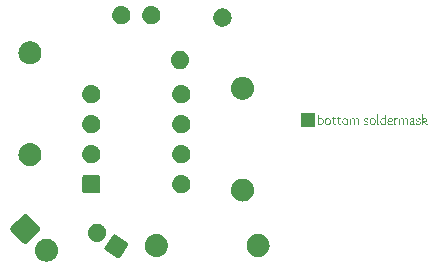
<source format=gbs>
G04                                                      *
G04 Greetings!                                           *
G04 This Gerber was generated by PCBmodE, an open source *
G04 PCB design software. Get it here:                    *
G04                                                      *
G04   http://pcbmode.com                                 *
G04                                                      *
G04 Also visit                                           *
G04                                                      *
G04   http://boldport.com                                *
G04                                                      *
G04 and follow @boldport / @pcbmode for updates!         *
G04                                                      *

G04 leading zeros omitted (L); absolute data (A); 6 integer digits and 6 fractional digits *
%FSLAX66Y66*%

G04 mode (MO): millimeters (MM) *
%MOMM*%

G04 Aperture definitions *
%ADD10C,0.001X*%
%ADD11C,0.001X*%

%LPD*%
G36*
G01X4234144Y-22613002D02*
G01X4234144Y-22613002D01*
G01X4190280Y-22566205D01*
G01X4150072Y-22517319D01*
G01X4113519Y-22466525D01*
G01X4080621Y-22414005D01*
G01X4051378Y-22359941D01*
G01X4025791Y-22304514D01*
G01X4003859Y-22247907D01*
G01X3985583Y-22190299D01*
G01X3970962Y-22131875D01*
G01X3959996Y-22072814D01*
G01X3952685Y-22013299D01*
G01X3949030Y-21953512D01*
G01X3949030Y-21893634D01*
G01X3952685Y-21833846D01*
G01X3959996Y-21774331D01*
G01X3970962Y-21715271D01*
G01X3985583Y-21656846D01*
G01X4003859Y-21599239D01*
G01X4025791Y-21542631D01*
G01X4051378Y-21487204D01*
G01X4080621Y-21433140D01*
G01X4113519Y-21380620D01*
G01X4150072Y-21329826D01*
G01X4190280Y-21280940D01*
G01X4234144Y-21234144D01*
G01X4234144Y-21234144D01*
G01X4234144Y-21234144D01*
G01X4280940Y-21190280D01*
G01X4329826Y-21150071D01*
G01X4380620Y-21113518D01*
G01X4433140Y-21080621D01*
G01X4487204Y-21051378D01*
G01X4542631Y-21025791D01*
G01X4599239Y-21003859D01*
G01X4656846Y-20985583D01*
G01X4715271Y-20970961D01*
G01X4774331Y-20959995D01*
G01X4833846Y-20952685D01*
G01X4893634Y-20949030D01*
G01X4953512Y-20949030D01*
G01X5013299Y-20952685D01*
G01X5072814Y-20959995D01*
G01X5131875Y-20970961D01*
G01X5190300Y-20985583D01*
G01X5247907Y-21003859D01*
G01X5304515Y-21025791D01*
G01X5359942Y-21051378D01*
G01X5414006Y-21080621D01*
G01X5466526Y-21113518D01*
G01X5517319Y-21150071D01*
G01X5566205Y-21190280D01*
G01X5613002Y-21234144D01*
G01X5613002Y-21234144D01*
G01X5613002Y-21234144D01*
G01X5656866Y-21280940D01*
G01X5697074Y-21329826D01*
G01X5733627Y-21380620D01*
G01X5766525Y-21433140D01*
G01X5795767Y-21487204D01*
G01X5821354Y-21542631D01*
G01X5843286Y-21599239D01*
G01X5861563Y-21656846D01*
G01X5876184Y-21715271D01*
G01X5887150Y-21774331D01*
G01X5894461Y-21833846D01*
G01X5898116Y-21893634D01*
G01X5898116Y-21953512D01*
G01X5894461Y-22013299D01*
G01X5887150Y-22072814D01*
G01X5876184Y-22131875D01*
G01X5861563Y-22190299D01*
G01X5843286Y-22247907D01*
G01X5821354Y-22304514D01*
G01X5795767Y-22359941D01*
G01X5766525Y-22414005D01*
G01X5733627Y-22466525D01*
G01X5697074Y-22517319D01*
G01X5656866Y-22566205D01*
G01X5613002Y-22613002D01*
G01X5613002Y-22613002D01*
G01X5613002Y-22613002D01*
G01X5566205Y-22656865D01*
G01X5517319Y-22697074D01*
G01X5466526Y-22733627D01*
G01X5414006Y-22766525D01*
G01X5359942Y-22795767D01*
G01X5304515Y-22821354D01*
G01X5247907Y-22843286D01*
G01X5190300Y-22861563D01*
G01X5131875Y-22876184D01*
G01X5072814Y-22887150D01*
G01X5013299Y-22894460D01*
G01X4953512Y-22898116D01*
G01X4893634Y-22898116D01*
G01X4833846Y-22894460D01*
G01X4774331Y-22887150D01*
G01X4715271Y-22876184D01*
G01X4656846Y-22861563D01*
G01X4599239Y-22843286D01*
G01X4542631Y-22821354D01*
G01X4487204Y-22795767D01*
G01X4433140Y-22766525D01*
G01X4380620Y-22733627D01*
G01X4329826Y-22697074D01*
G01X4280940Y-22656865D01*
G01X4234144Y-22613002D01*
G01X4234144Y-22613002D01*
G37*
G36*
G01X3816951Y-20816951D02*
G01X4294248Y-20339653D01*
G01X4294248Y-20339653D01*
G01X4325880Y-20302468D01*
G01X4350483Y-20261789D01*
G01X4368057Y-20218489D01*
G01X4378601Y-20173442D01*
G01X4382115Y-20127521D01*
G01X4378601Y-20081601D01*
G01X4368057Y-20036554D01*
G01X4350483Y-19993254D01*
G01X4325880Y-19952575D01*
G01X4294248Y-19915389D01*
G01X4294248Y-19915389D01*
G01X3816951Y-19438092D01*
G01X3339653Y-18960795D01*
G01X3339653Y-18960795D01*
G01X3302468Y-18929163D01*
G01X3261789Y-18904560D01*
G01X3218489Y-18886986D01*
G01X3173442Y-18876442D01*
G01X3127521Y-18872927D01*
G01X3081601Y-18876442D01*
G01X3036554Y-18886986D01*
G01X2993254Y-18904560D01*
G01X2952575Y-18929163D01*
G01X2915389Y-18960795D01*
G01X2915389Y-18960795D01*
G01X2438092Y-19438092D01*
G01X1960795Y-19915389D01*
G01X1960795Y-19915389D01*
G01X1929163Y-19952575D01*
G01X1904560Y-19993254D01*
G01X1886986Y-20036554D01*
G01X1876442Y-20081601D01*
G01X1872927Y-20127521D01*
G01X1876442Y-20173442D01*
G01X1886986Y-20218489D01*
G01X1904560Y-20261789D01*
G01X1929163Y-20302468D01*
G01X1960795Y-20339653D01*
G01X1960795Y-20339653D01*
G01X2438092Y-20816951D01*
G01X2915389Y-21294248D01*
G01X2915389Y-21294248D01*
G01X2952575Y-21325880D01*
G01X2993254Y-21350483D01*
G01X3036554Y-21368057D01*
G01X3081601Y-21378601D01*
G01X3127521Y-21382115D01*
G01X3173442Y-21378601D01*
G01X3218489Y-21368057D01*
G01X3261789Y-21350483D01*
G01X3302468Y-21325880D01*
G01X3339653Y-21294248D01*
G01X3339653Y-21294248D01*
G01X3816951Y-20816951D01*
G37*
G36*
G01X20550547Y-8215547D02*
G01X20550547Y-8215547D01*
G01X20552621Y-8151441D01*
G01X20558757Y-8088441D01*
G01X20568827Y-8026678D01*
G01X20582702Y-7966278D01*
G01X20600253Y-7907372D01*
G01X20621353Y-7850086D01*
G01X20645873Y-7794550D01*
G01X20673684Y-7740892D01*
G01X20704657Y-7689241D01*
G01X20738666Y-7639725D01*
G01X20775580Y-7592472D01*
G01X20815271Y-7547611D01*
G01X20857611Y-7505271D01*
G01X20902472Y-7465580D01*
G01X20949725Y-7428666D01*
G01X20999241Y-7394657D01*
G01X21050892Y-7363684D01*
G01X21104550Y-7335873D01*
G01X21160086Y-7311353D01*
G01X21217372Y-7290253D01*
G01X21276278Y-7272702D01*
G01X21336678Y-7258827D01*
G01X21398441Y-7248757D01*
G01X21461441Y-7242621D01*
G01X21525547Y-7240547D01*
G01X21525547Y-7240547D01*
G01X21525547Y-7240547D01*
G01X21589654Y-7242621D01*
G01X21652653Y-7248757D01*
G01X21714416Y-7258827D01*
G01X21774816Y-7272702D01*
G01X21833723Y-7290253D01*
G01X21891008Y-7311353D01*
G01X21946544Y-7335873D01*
G01X22000202Y-7363684D01*
G01X22051853Y-7394657D01*
G01X22101369Y-7428666D01*
G01X22148622Y-7465580D01*
G01X22193483Y-7505271D01*
G01X22235823Y-7547611D01*
G01X22275515Y-7592472D01*
G01X22312429Y-7639725D01*
G01X22346437Y-7689241D01*
G01X22377411Y-7740892D01*
G01X22405222Y-7794550D01*
G01X22429741Y-7850086D01*
G01X22450841Y-7907372D01*
G01X22468393Y-7966278D01*
G01X22482268Y-8026678D01*
G01X22492337Y-8088441D01*
G01X22498473Y-8151441D01*
G01X22500547Y-8215547D01*
G01X22500547Y-8215547D01*
G01X22500547Y-8215547D01*
G01X22498473Y-8279654D01*
G01X22492337Y-8342653D01*
G01X22482268Y-8404416D01*
G01X22468393Y-8464816D01*
G01X22450841Y-8523723D01*
G01X22429741Y-8581008D01*
G01X22405222Y-8636544D01*
G01X22377411Y-8690202D01*
G01X22346437Y-8741853D01*
G01X22312429Y-8791369D01*
G01X22275515Y-8838622D01*
G01X22235823Y-8883483D01*
G01X22193483Y-8925823D01*
G01X22148622Y-8965515D01*
G01X22101369Y-9002429D01*
G01X22051853Y-9036437D01*
G01X22000202Y-9067411D01*
G01X21946544Y-9095222D01*
G01X21891008Y-9119741D01*
G01X21833723Y-9140841D01*
G01X21774816Y-9158393D01*
G01X21714416Y-9172268D01*
G01X21652653Y-9182337D01*
G01X21589654Y-9188473D01*
G01X21525547Y-9190547D01*
G01X21525547Y-9190547D01*
G01X21525547Y-9190547D01*
G01X21461441Y-9188473D01*
G01X21398441Y-9182337D01*
G01X21336678Y-9172268D01*
G01X21276278Y-9158393D01*
G01X21217372Y-9140841D01*
G01X21160086Y-9119741D01*
G01X21104550Y-9095222D01*
G01X21050892Y-9067411D01*
G01X20999241Y-9036437D01*
G01X20949725Y-9002429D01*
G01X20902472Y-8965515D01*
G01X20857611Y-8925823D01*
G01X20815271Y-8883483D01*
G01X20775580Y-8838622D01*
G01X20738666Y-8791369D01*
G01X20704657Y-8741853D01*
G01X20673684Y-8690202D01*
G01X20645873Y-8636544D01*
G01X20621353Y-8581008D01*
G01X20600253Y-8523723D01*
G01X20582702Y-8464816D01*
G01X20568827Y-8404416D01*
G01X20558757Y-8342653D01*
G01X20552621Y-8279654D01*
G01X20550547Y-8215547D01*
G01X20550547Y-8215547D01*
G37*
G36*
G01X20550547Y-16835547D02*
G01X20550547Y-16835547D01*
G01X20552621Y-16771441D01*
G01X20558757Y-16708441D01*
G01X20568827Y-16646678D01*
G01X20582702Y-16586278D01*
G01X20600253Y-16527372D01*
G01X20621353Y-16470086D01*
G01X20645873Y-16414550D01*
G01X20673684Y-16360892D01*
G01X20704657Y-16309241D01*
G01X20738666Y-16259725D01*
G01X20775580Y-16212472D01*
G01X20815271Y-16167611D01*
G01X20857611Y-16125271D01*
G01X20902472Y-16085580D01*
G01X20949725Y-16048666D01*
G01X20999241Y-16014657D01*
G01X21050892Y-15983684D01*
G01X21104550Y-15955873D01*
G01X21160086Y-15931353D01*
G01X21217372Y-15910253D01*
G01X21276278Y-15892702D01*
G01X21336678Y-15878827D01*
G01X21398441Y-15868757D01*
G01X21461441Y-15862621D01*
G01X21525547Y-15860547D01*
G01X21525547Y-15860547D01*
G01X21525547Y-15860547D01*
G01X21589654Y-15862621D01*
G01X21652653Y-15868757D01*
G01X21714416Y-15878827D01*
G01X21774816Y-15892702D01*
G01X21833723Y-15910253D01*
G01X21891008Y-15931353D01*
G01X21946544Y-15955873D01*
G01X22000202Y-15983684D01*
G01X22051853Y-16014657D01*
G01X22101369Y-16048666D01*
G01X22148622Y-16085580D01*
G01X22193483Y-16125271D01*
G01X22235823Y-16167611D01*
G01X22275515Y-16212472D01*
G01X22312429Y-16259725D01*
G01X22346437Y-16309241D01*
G01X22377411Y-16360892D01*
G01X22405222Y-16414550D01*
G01X22429741Y-16470086D01*
G01X22450841Y-16527372D01*
G01X22468393Y-16586278D01*
G01X22482268Y-16646678D01*
G01X22492337Y-16708441D01*
G01X22498473Y-16771441D01*
G01X22500547Y-16835547D01*
G01X22500547Y-16835547D01*
G01X22500547Y-16835547D01*
G01X22498473Y-16899654D01*
G01X22492337Y-16962653D01*
G01X22482268Y-17024417D01*
G01X22468393Y-17084816D01*
G01X22450841Y-17143723D01*
G01X22429741Y-17201008D01*
G01X22405222Y-17256544D01*
G01X22377411Y-17310202D01*
G01X22346437Y-17361853D01*
G01X22312429Y-17411369D01*
G01X22275515Y-17458622D01*
G01X22235823Y-17503483D01*
G01X22193483Y-17545823D01*
G01X22148622Y-17585515D01*
G01X22101369Y-17622429D01*
G01X22051853Y-17656437D01*
G01X22000202Y-17687411D01*
G01X21946544Y-17715222D01*
G01X21891008Y-17739741D01*
G01X21833723Y-17760841D01*
G01X21774816Y-17778393D01*
G01X21714416Y-17792268D01*
G01X21652653Y-17802337D01*
G01X21589654Y-17808473D01*
G01X21525547Y-17810547D01*
G01X21525547Y-17810547D01*
G01X21525547Y-17810547D01*
G01X21461441Y-17808473D01*
G01X21398441Y-17802337D01*
G01X21336678Y-17792268D01*
G01X21276278Y-17778393D01*
G01X21217372Y-17760841D01*
G01X21160086Y-17739741D01*
G01X21104550Y-17715222D01*
G01X21050892Y-17687411D01*
G01X20999241Y-17656437D01*
G01X20949725Y-17622429D01*
G01X20902472Y-17585515D01*
G01X20857611Y-17545823D01*
G01X20815271Y-17503483D01*
G01X20775580Y-17458622D01*
G01X20738666Y-17411369D01*
G01X20704657Y-17361853D01*
G01X20673684Y-17310202D01*
G01X20645873Y-17256544D01*
G01X20621353Y-17201008D01*
G01X20600253Y-17143723D01*
G01X20582702Y-17084816D01*
G01X20568827Y-17024417D01*
G01X20558757Y-16962653D01*
G01X20552621Y-16899654D01*
G01X20550547Y-16835547D01*
G01X20550547Y-16835547D01*
G37*
G36*
G01X14215547Y-22500547D02*
G01X14215547Y-22500547D01*
G01X14151441Y-22498473D01*
G01X14088441Y-22492337D01*
G01X14026678Y-22482268D01*
G01X13966278Y-22468393D01*
G01X13907372Y-22450841D01*
G01X13850086Y-22429741D01*
G01X13794550Y-22405222D01*
G01X13740892Y-22377411D01*
G01X13689241Y-22346437D01*
G01X13639725Y-22312429D01*
G01X13592472Y-22275515D01*
G01X13547611Y-22235823D01*
G01X13505271Y-22193483D01*
G01X13465580Y-22148622D01*
G01X13428666Y-22101369D01*
G01X13394657Y-22051853D01*
G01X13363684Y-22000202D01*
G01X13335873Y-21946544D01*
G01X13311353Y-21891008D01*
G01X13290253Y-21833723D01*
G01X13272702Y-21774816D01*
G01X13258827Y-21714416D01*
G01X13248757Y-21652653D01*
G01X13242621Y-21589654D01*
G01X13240547Y-21525547D01*
G01X13240547Y-21525547D01*
G01X13240547Y-21525547D01*
G01X13242621Y-21461441D01*
G01X13248757Y-21398441D01*
G01X13258827Y-21336678D01*
G01X13272702Y-21276278D01*
G01X13290253Y-21217372D01*
G01X13311353Y-21160086D01*
G01X13335873Y-21104550D01*
G01X13363684Y-21050892D01*
G01X13394657Y-20999241D01*
G01X13428666Y-20949725D01*
G01X13465580Y-20902472D01*
G01X13505271Y-20857611D01*
G01X13547611Y-20815271D01*
G01X13592472Y-20775580D01*
G01X13639725Y-20738666D01*
G01X13689241Y-20704657D01*
G01X13740892Y-20673684D01*
G01X13794550Y-20645873D01*
G01X13850086Y-20621353D01*
G01X13907372Y-20600253D01*
G01X13966278Y-20582702D01*
G01X14026678Y-20568827D01*
G01X14088441Y-20558757D01*
G01X14151441Y-20552621D01*
G01X14215547Y-20550547D01*
G01X14215547Y-20550547D01*
G01X14215547Y-20550547D01*
G01X14279654Y-20552621D01*
G01X14342653Y-20558757D01*
G01X14404416Y-20568827D01*
G01X14464816Y-20582702D01*
G01X14523723Y-20600253D01*
G01X14581008Y-20621353D01*
G01X14636544Y-20645873D01*
G01X14690202Y-20673684D01*
G01X14741853Y-20704657D01*
G01X14791369Y-20738666D01*
G01X14838622Y-20775580D01*
G01X14883483Y-20815271D01*
G01X14925823Y-20857611D01*
G01X14965515Y-20902472D01*
G01X15002429Y-20949725D01*
G01X15036437Y-20999241D01*
G01X15067411Y-21050892D01*
G01X15095222Y-21104550D01*
G01X15119741Y-21160086D01*
G01X15140841Y-21217372D01*
G01X15158393Y-21276278D01*
G01X15172268Y-21336678D01*
G01X15182337Y-21398441D01*
G01X15188473Y-21461441D01*
G01X15190547Y-21525547D01*
G01X15190547Y-21525547D01*
G01X15190547Y-21525547D01*
G01X15188473Y-21589654D01*
G01X15182337Y-21652653D01*
G01X15172268Y-21714416D01*
G01X15158393Y-21774816D01*
G01X15140841Y-21833723D01*
G01X15119741Y-21891008D01*
G01X15095222Y-21946544D01*
G01X15067411Y-22000202D01*
G01X15036437Y-22051853D01*
G01X15002429Y-22101369D01*
G01X14965515Y-22148622D01*
G01X14925823Y-22193483D01*
G01X14883483Y-22235823D01*
G01X14838622Y-22275515D01*
G01X14791369Y-22312429D01*
G01X14741853Y-22346437D01*
G01X14690202Y-22377411D01*
G01X14636544Y-22405222D01*
G01X14581008Y-22429741D01*
G01X14523723Y-22450841D01*
G01X14464816Y-22468393D01*
G01X14404416Y-22482268D01*
G01X14342653Y-22492337D01*
G01X14279654Y-22498473D01*
G01X14215547Y-22500547D01*
G01X14215547Y-22500547D01*
G37*
G36*
G01X22835547Y-22500547D02*
G01X22835547Y-22500547D01*
G01X22771441Y-22498473D01*
G01X22708441Y-22492337D01*
G01X22646678Y-22482268D01*
G01X22586278Y-22468393D01*
G01X22527372Y-22450841D01*
G01X22470086Y-22429741D01*
G01X22414550Y-22405222D01*
G01X22360892Y-22377411D01*
G01X22309241Y-22346437D01*
G01X22259725Y-22312429D01*
G01X22212472Y-22275515D01*
G01X22167611Y-22235823D01*
G01X22125271Y-22193483D01*
G01X22085580Y-22148622D01*
G01X22048666Y-22101369D01*
G01X22014657Y-22051853D01*
G01X21983684Y-22000202D01*
G01X21955873Y-21946544D01*
G01X21931353Y-21891008D01*
G01X21910253Y-21833723D01*
G01X21892702Y-21774816D01*
G01X21878827Y-21714416D01*
G01X21868757Y-21652653D01*
G01X21862621Y-21589654D01*
G01X21860547Y-21525547D01*
G01X21860547Y-21525547D01*
G01X21860547Y-21525547D01*
G01X21862621Y-21461441D01*
G01X21868757Y-21398441D01*
G01X21878827Y-21336678D01*
G01X21892702Y-21276278D01*
G01X21910253Y-21217372D01*
G01X21931353Y-21160086D01*
G01X21955873Y-21104550D01*
G01X21983684Y-21050892D01*
G01X22014657Y-20999241D01*
G01X22048666Y-20949725D01*
G01X22085580Y-20902472D01*
G01X22125271Y-20857611D01*
G01X22167611Y-20815271D01*
G01X22212472Y-20775580D01*
G01X22259725Y-20738666D01*
G01X22309241Y-20704657D01*
G01X22360892Y-20673684D01*
G01X22414550Y-20645873D01*
G01X22470086Y-20621353D01*
G01X22527372Y-20600253D01*
G01X22586278Y-20582702D01*
G01X22646678Y-20568827D01*
G01X22708441Y-20558757D01*
G01X22771441Y-20552621D01*
G01X22835547Y-20550547D01*
G01X22835547Y-20550547D01*
G01X22835547Y-20550547D01*
G01X22899654Y-20552621D01*
G01X22962653Y-20558757D01*
G01X23024417Y-20568827D01*
G01X23084816Y-20582702D01*
G01X23143723Y-20600253D01*
G01X23201008Y-20621353D01*
G01X23256544Y-20645873D01*
G01X23310202Y-20673684D01*
G01X23361853Y-20704657D01*
G01X23411369Y-20738666D01*
G01X23458622Y-20775580D01*
G01X23503483Y-20815271D01*
G01X23545823Y-20857611D01*
G01X23585515Y-20902472D01*
G01X23622429Y-20949725D01*
G01X23656437Y-20999241D01*
G01X23687411Y-21050892D01*
G01X23715222Y-21104550D01*
G01X23739741Y-21160086D01*
G01X23760841Y-21217372D01*
G01X23778393Y-21276278D01*
G01X23792268Y-21336678D01*
G01X23802337Y-21398441D01*
G01X23808473Y-21461441D01*
G01X23810547Y-21525547D01*
G01X23810547Y-21525547D01*
G01X23810547Y-21525547D01*
G01X23808473Y-21589654D01*
G01X23802337Y-21652653D01*
G01X23792268Y-21714416D01*
G01X23778393Y-21774816D01*
G01X23760841Y-21833723D01*
G01X23739741Y-21891008D01*
G01X23715222Y-21946544D01*
G01X23687411Y-22000202D01*
G01X23656437Y-22051853D01*
G01X23622429Y-22101369D01*
G01X23585515Y-22148622D01*
G01X23545823Y-22193483D01*
G01X23503483Y-22235823D01*
G01X23458622Y-22275515D01*
G01X23411369Y-22312429D01*
G01X23361853Y-22346437D01*
G01X23310202Y-22377411D01*
G01X23256544Y-22405222D01*
G01X23201008Y-22429741D01*
G01X23143723Y-22450841D01*
G01X23084816Y-22468393D01*
G01X23024417Y-22482268D01*
G01X22962653Y-22492337D01*
G01X22899654Y-22498473D01*
G01X22835547Y-22500547D01*
G01X22835547Y-22500547D01*
G37*
G36*
G01X2550547Y-5215547D02*
G01X2550547Y-5215547D01*
G01X2552621Y-5151441D01*
G01X2558757Y-5088441D01*
G01X2568827Y-5026678D01*
G01X2582702Y-4966278D01*
G01X2600253Y-4907372D01*
G01X2621353Y-4850086D01*
G01X2645873Y-4794550D01*
G01X2673684Y-4740892D01*
G01X2704657Y-4689241D01*
G01X2738666Y-4639725D01*
G01X2775580Y-4592472D01*
G01X2815271Y-4547611D01*
G01X2857611Y-4505271D01*
G01X2902472Y-4465580D01*
G01X2949725Y-4428666D01*
G01X2999241Y-4394657D01*
G01X3050892Y-4363684D01*
G01X3104550Y-4335873D01*
G01X3160086Y-4311353D01*
G01X3217372Y-4290253D01*
G01X3276278Y-4272702D01*
G01X3336678Y-4258827D01*
G01X3398441Y-4248757D01*
G01X3461441Y-4242621D01*
G01X3525547Y-4240547D01*
G01X3525547Y-4240547D01*
G01X3525547Y-4240547D01*
G01X3589654Y-4242621D01*
G01X3652653Y-4248757D01*
G01X3714417Y-4258827D01*
G01X3774816Y-4272702D01*
G01X3833723Y-4290253D01*
G01X3891008Y-4311353D01*
G01X3946544Y-4335873D01*
G01X4000202Y-4363684D01*
G01X4051853Y-4394657D01*
G01X4101369Y-4428666D01*
G01X4148622Y-4465580D01*
G01X4193483Y-4505271D01*
G01X4235823Y-4547611D01*
G01X4275515Y-4592472D01*
G01X4312429Y-4639725D01*
G01X4346437Y-4689241D01*
G01X4377411Y-4740892D01*
G01X4405222Y-4794550D01*
G01X4429741Y-4850086D01*
G01X4450841Y-4907372D01*
G01X4468393Y-4966278D01*
G01X4482268Y-5026678D01*
G01X4492337Y-5088441D01*
G01X4498473Y-5151441D01*
G01X4500547Y-5215547D01*
G01X4500547Y-5215547D01*
G01X4500547Y-5215547D01*
G01X4498473Y-5279654D01*
G01X4492337Y-5342653D01*
G01X4482268Y-5404416D01*
G01X4468393Y-5464816D01*
G01X4450841Y-5523723D01*
G01X4429741Y-5581008D01*
G01X4405222Y-5636544D01*
G01X4377411Y-5690202D01*
G01X4346437Y-5741853D01*
G01X4312429Y-5791369D01*
G01X4275515Y-5838622D01*
G01X4235823Y-5883483D01*
G01X4193483Y-5925823D01*
G01X4148622Y-5965515D01*
G01X4101369Y-6002429D01*
G01X4051853Y-6036437D01*
G01X4000202Y-6067411D01*
G01X3946544Y-6095222D01*
G01X3891008Y-6119741D01*
G01X3833723Y-6140841D01*
G01X3774816Y-6158393D01*
G01X3714417Y-6172268D01*
G01X3652653Y-6182337D01*
G01X3589654Y-6188473D01*
G01X3525547Y-6190547D01*
G01X3525547Y-6190547D01*
G01X3525547Y-6190547D01*
G01X3461441Y-6188473D01*
G01X3398441Y-6182337D01*
G01X3336678Y-6172268D01*
G01X3276278Y-6158393D01*
G01X3217372Y-6140841D01*
G01X3160086Y-6119741D01*
G01X3104550Y-6095222D01*
G01X3050892Y-6067411D01*
G01X2999241Y-6036437D01*
G01X2949725Y-6002429D01*
G01X2902472Y-5965515D01*
G01X2857611Y-5925823D01*
G01X2815271Y-5883483D01*
G01X2775580Y-5838622D01*
G01X2738666Y-5791369D01*
G01X2704657Y-5741853D01*
G01X2673684Y-5690202D01*
G01X2645873Y-5636544D01*
G01X2621353Y-5581008D01*
G01X2600253Y-5523723D01*
G01X2582702Y-5464816D01*
G01X2568827Y-5404416D01*
G01X2558757Y-5342653D01*
G01X2552621Y-5279654D01*
G01X2550547Y-5215547D01*
G01X2550547Y-5215547D01*
G37*
G36*
G01X2550547Y-13835547D02*
G01X2550547Y-13835547D01*
G01X2552621Y-13771441D01*
G01X2558757Y-13708441D01*
G01X2568827Y-13646678D01*
G01X2582702Y-13586278D01*
G01X2600253Y-13527372D01*
G01X2621353Y-13470086D01*
G01X2645873Y-13414550D01*
G01X2673684Y-13360892D01*
G01X2704657Y-13309241D01*
G01X2738666Y-13259725D01*
G01X2775580Y-13212472D01*
G01X2815271Y-13167611D01*
G01X2857611Y-13125271D01*
G01X2902472Y-13085580D01*
G01X2949725Y-13048666D01*
G01X2999241Y-13014657D01*
G01X3050892Y-12983684D01*
G01X3104550Y-12955873D01*
G01X3160086Y-12931353D01*
G01X3217372Y-12910253D01*
G01X3276278Y-12892702D01*
G01X3336678Y-12878827D01*
G01X3398441Y-12868757D01*
G01X3461441Y-12862621D01*
G01X3525547Y-12860547D01*
G01X3525547Y-12860547D01*
G01X3525547Y-12860547D01*
G01X3589654Y-12862621D01*
G01X3652653Y-12868757D01*
G01X3714417Y-12878827D01*
G01X3774816Y-12892702D01*
G01X3833723Y-12910253D01*
G01X3891008Y-12931353D01*
G01X3946544Y-12955873D01*
G01X4000202Y-12983684D01*
G01X4051853Y-13014657D01*
G01X4101369Y-13048666D01*
G01X4148622Y-13085580D01*
G01X4193483Y-13125271D01*
G01X4235823Y-13167611D01*
G01X4275515Y-13212472D01*
G01X4312429Y-13259725D01*
G01X4346437Y-13309241D01*
G01X4377411Y-13360892D01*
G01X4405222Y-13414550D01*
G01X4429741Y-13470086D01*
G01X4450841Y-13527372D01*
G01X4468393Y-13586278D01*
G01X4482268Y-13646678D01*
G01X4492337Y-13708441D01*
G01X4498473Y-13771441D01*
G01X4500547Y-13835547D01*
G01X4500547Y-13835547D01*
G01X4500547Y-13835547D01*
G01X4498473Y-13899654D01*
G01X4492337Y-13962653D01*
G01X4482268Y-14024416D01*
G01X4468393Y-14084816D01*
G01X4450841Y-14143723D01*
G01X4429741Y-14201008D01*
G01X4405222Y-14256544D01*
G01X4377411Y-14310202D01*
G01X4346437Y-14361853D01*
G01X4312429Y-14411369D01*
G01X4275515Y-14458622D01*
G01X4235823Y-14503483D01*
G01X4193483Y-14545823D01*
G01X4148622Y-14585515D01*
G01X4101369Y-14622429D01*
G01X4051853Y-14656437D01*
G01X4000202Y-14687411D01*
G01X3946544Y-14715222D01*
G01X3891008Y-14739741D01*
G01X3833723Y-14760841D01*
G01X3774816Y-14778393D01*
G01X3714417Y-14792268D01*
G01X3652653Y-14802337D01*
G01X3589654Y-14808473D01*
G01X3525547Y-14810547D01*
G01X3525547Y-14810547D01*
G01X3525547Y-14810547D01*
G01X3461441Y-14808473D01*
G01X3398441Y-14802337D01*
G01X3336678Y-14792268D01*
G01X3276278Y-14778393D01*
G01X3217372Y-14760841D01*
G01X3160086Y-14739741D01*
G01X3104550Y-14715222D01*
G01X3050892Y-14687411D01*
G01X2999241Y-14656437D01*
G01X2949725Y-14622429D01*
G01X2902472Y-14585515D01*
G01X2857611Y-14545823D01*
G01X2815271Y-14503483D01*
G01X2775580Y-14458622D01*
G01X2738666Y-14411369D01*
G01X2704657Y-14361853D01*
G01X2673684Y-14310202D01*
G01X2645873Y-14256544D01*
G01X2621353Y-14201008D01*
G01X2600253Y-14143723D01*
G01X2582702Y-14084816D01*
G01X2568827Y-14024416D01*
G01X2558757Y-13962653D01*
G01X2552621Y-13899654D01*
G01X2550547Y-13835547D01*
G01X2550547Y-13835547D01*
G37*
G36*
G01X11255547Y-2800547D02*
G01X11255547Y-2800547D01*
G01X11204591Y-2798899D01*
G01X11154514Y-2794021D01*
G01X11105420Y-2786017D01*
G01X11057410Y-2774988D01*
G01X11010587Y-2761037D01*
G01X10965053Y-2744265D01*
G01X10920909Y-2724775D01*
G01X10878257Y-2702669D01*
G01X10837201Y-2678049D01*
G01X10797842Y-2651017D01*
G01X10760282Y-2621675D01*
G01X10724624Y-2590126D01*
G01X10690969Y-2556471D01*
G01X10659419Y-2520812D01*
G01X10630077Y-2483252D01*
G01X10603045Y-2443893D01*
G01X10578425Y-2402837D01*
G01X10556319Y-2360186D01*
G01X10536829Y-2316042D01*
G01X10520057Y-2270507D01*
G01X10506106Y-2223684D01*
G01X10495077Y-2175674D01*
G01X10487073Y-2126580D01*
G01X10482196Y-2076504D01*
G01X10480547Y-2025547D01*
G01X10480547Y-2025547D01*
G01X10480547Y-2025547D01*
G01X10482196Y-1974591D01*
G01X10487073Y-1924514D01*
G01X10495077Y-1875420D01*
G01X10506106Y-1827410D01*
G01X10520057Y-1780587D01*
G01X10536829Y-1735053D01*
G01X10556319Y-1690909D01*
G01X10578425Y-1648257D01*
G01X10603045Y-1607201D01*
G01X10630077Y-1567842D01*
G01X10659419Y-1530282D01*
G01X10690969Y-1494624D01*
G01X10724624Y-1460969D01*
G01X10760282Y-1429419D01*
G01X10797842Y-1400077D01*
G01X10837201Y-1373045D01*
G01X10878257Y-1348425D01*
G01X10920909Y-1326319D01*
G01X10965053Y-1306829D01*
G01X11010587Y-1290057D01*
G01X11057410Y-1276106D01*
G01X11105420Y-1265077D01*
G01X11154514Y-1257073D01*
G01X11204591Y-1252196D01*
G01X11255547Y-1250547D01*
G01X11255547Y-1250547D01*
G01X11255547Y-1250547D01*
G01X11306504Y-1252196D01*
G01X11356580Y-1257073D01*
G01X11405674Y-1265077D01*
G01X11453684Y-1276106D01*
G01X11500507Y-1290057D01*
G01X11546042Y-1306829D01*
G01X11590186Y-1326319D01*
G01X11632837Y-1348425D01*
G01X11673893Y-1373045D01*
G01X11713252Y-1400077D01*
G01X11750812Y-1429419D01*
G01X11786471Y-1460969D01*
G01X11820126Y-1494624D01*
G01X11851675Y-1530282D01*
G01X11881017Y-1567842D01*
G01X11908049Y-1607201D01*
G01X11932669Y-1648257D01*
G01X11954775Y-1690909D01*
G01X11974265Y-1735053D01*
G01X11991037Y-1780587D01*
G01X12004988Y-1827410D01*
G01X12016017Y-1875420D01*
G01X12024021Y-1924514D01*
G01X12028899Y-1974591D01*
G01X12030547Y-2025547D01*
G01X12030547Y-2025547D01*
G01X12030547Y-2025547D01*
G01X12028899Y-2076504D01*
G01X12024021Y-2126580D01*
G01X12016017Y-2175674D01*
G01X12004988Y-2223684D01*
G01X11991037Y-2270507D01*
G01X11974265Y-2316042D01*
G01X11954775Y-2360186D01*
G01X11932669Y-2402837D01*
G01X11908049Y-2443893D01*
G01X11881017Y-2483252D01*
G01X11851675Y-2520812D01*
G01X11820126Y-2556471D01*
G01X11786471Y-2590126D01*
G01X11750812Y-2621675D01*
G01X11713252Y-2651017D01*
G01X11673893Y-2678049D01*
G01X11632837Y-2702669D01*
G01X11590186Y-2724775D01*
G01X11546042Y-2744265D01*
G01X11500507Y-2761037D01*
G01X11453684Y-2774988D01*
G01X11405674Y-2786017D01*
G01X11356580Y-2794021D01*
G01X11306504Y-2798899D01*
G01X11255547Y-2800547D01*
G01X11255547Y-2800547D01*
G37*
G36*
G01X13795547Y-2800547D02*
G01X13795547Y-2800547D01*
G01X13744591Y-2798899D01*
G01X13694514Y-2794021D01*
G01X13645420Y-2786017D01*
G01X13597410Y-2774988D01*
G01X13550587Y-2761037D01*
G01X13505053Y-2744265D01*
G01X13460909Y-2724775D01*
G01X13418257Y-2702669D01*
G01X13377201Y-2678049D01*
G01X13337842Y-2651017D01*
G01X13300282Y-2621675D01*
G01X13264624Y-2590126D01*
G01X13230969Y-2556471D01*
G01X13199419Y-2520812D01*
G01X13170077Y-2483252D01*
G01X13143045Y-2443893D01*
G01X13118425Y-2402837D01*
G01X13096319Y-2360186D01*
G01X13076829Y-2316042D01*
G01X13060057Y-2270507D01*
G01X13046106Y-2223684D01*
G01X13035077Y-2175674D01*
G01X13027073Y-2126580D01*
G01X13022196Y-2076504D01*
G01X13020547Y-2025547D01*
G01X13020547Y-2025547D01*
G01X13020547Y-2025547D01*
G01X13022196Y-1974591D01*
G01X13027073Y-1924514D01*
G01X13035077Y-1875420D01*
G01X13046106Y-1827410D01*
G01X13060057Y-1780587D01*
G01X13076829Y-1735053D01*
G01X13096319Y-1690909D01*
G01X13118425Y-1648257D01*
G01X13143045Y-1607201D01*
G01X13170077Y-1567842D01*
G01X13199419Y-1530282D01*
G01X13230969Y-1494624D01*
G01X13264624Y-1460969D01*
G01X13300282Y-1429419D01*
G01X13337842Y-1400077D01*
G01X13377201Y-1373045D01*
G01X13418257Y-1348425D01*
G01X13460909Y-1326319D01*
G01X13505053Y-1306829D01*
G01X13550587Y-1290057D01*
G01X13597410Y-1276106D01*
G01X13645420Y-1265077D01*
G01X13694514Y-1257073D01*
G01X13744591Y-1252196D01*
G01X13795547Y-1250547D01*
G01X13795547Y-1250547D01*
G01X13795547Y-1250547D01*
G01X13846504Y-1252196D01*
G01X13896580Y-1257073D01*
G01X13945674Y-1265077D01*
G01X13993684Y-1276106D01*
G01X14040507Y-1290057D01*
G01X14086042Y-1306829D01*
G01X14130186Y-1326319D01*
G01X14172837Y-1348425D01*
G01X14213893Y-1373045D01*
G01X14253252Y-1400077D01*
G01X14290812Y-1429419D01*
G01X14326471Y-1460969D01*
G01X14360126Y-1494624D01*
G01X14391675Y-1530282D01*
G01X14421017Y-1567842D01*
G01X14448049Y-1607201D01*
G01X14472669Y-1648257D01*
G01X14494775Y-1690909D01*
G01X14514265Y-1735053D01*
G01X14531037Y-1780587D01*
G01X14544988Y-1827410D01*
G01X14556017Y-1875420D01*
G01X14564021Y-1924514D01*
G01X14568899Y-1974591D01*
G01X14570547Y-2025547D01*
G01X14570547Y-2025547D01*
G01X14570547Y-2025547D01*
G01X14568899Y-2076504D01*
G01X14564021Y-2126580D01*
G01X14556017Y-2175674D01*
G01X14544988Y-2223684D01*
G01X14531037Y-2270507D01*
G01X14514265Y-2316042D01*
G01X14494775Y-2360186D01*
G01X14472669Y-2402837D01*
G01X14448049Y-2443893D01*
G01X14421017Y-2483252D01*
G01X14391675Y-2520812D01*
G01X14360126Y-2556471D01*
G01X14326471Y-2590126D01*
G01X14290812Y-2621675D01*
G01X14253252Y-2651017D01*
G01X14213893Y-2678049D01*
G01X14172837Y-2702669D01*
G01X14130186Y-2724775D01*
G01X14086042Y-2744265D01*
G01X14040507Y-2761037D01*
G01X13993684Y-2774988D01*
G01X13945674Y-2786017D01*
G01X13896580Y-2794021D01*
G01X13846504Y-2798899D01*
G01X13795547Y-2800547D01*
G01X13795547Y-2800547D01*
G37*
G36*
G01X15681488Y-6369606D02*
G01X15681488Y-6369606D01*
G01X15646622Y-6332409D01*
G01X15614661Y-6293551D01*
G01X15585606Y-6253176D01*
G01X15559457Y-6211430D01*
G01X15536213Y-6168456D01*
G01X15515874Y-6124398D01*
G01X15498441Y-6079402D01*
G01X15483914Y-6033612D01*
G01X15472292Y-5987172D01*
G01X15463575Y-5940226D01*
G01X15457764Y-5892920D01*
G01X15454859Y-5845396D01*
G01X15454859Y-5797801D01*
G01X15457764Y-5750278D01*
G01X15463575Y-5702971D01*
G01X15472292Y-5656025D01*
G01X15483914Y-5609585D01*
G01X15498441Y-5563795D01*
G01X15515874Y-5518799D01*
G01X15536213Y-5474741D01*
G01X15559457Y-5431767D01*
G01X15585606Y-5390021D01*
G01X15614661Y-5349646D01*
G01X15646622Y-5310788D01*
G01X15681488Y-5273591D01*
G01X15681488Y-5273591D01*
G01X15681488Y-5273591D01*
G01X15718685Y-5238725D01*
G01X15757543Y-5206764D01*
G01X15797918Y-5177709D01*
G01X15839664Y-5151560D01*
G01X15882639Y-5128316D01*
G01X15926696Y-5107977D01*
G01X15971692Y-5090544D01*
G01X16017482Y-5076017D01*
G01X16063922Y-5064395D01*
G01X16110868Y-5055678D01*
G01X16158175Y-5049867D01*
G01X16205698Y-5046962D01*
G01X16253293Y-5046962D01*
G01X16300817Y-5049867D01*
G01X16348123Y-5055678D01*
G01X16395069Y-5064395D01*
G01X16441509Y-5076017D01*
G01X16487300Y-5090544D01*
G01X16532296Y-5107977D01*
G01X16576353Y-5128316D01*
G01X16619327Y-5151560D01*
G01X16661073Y-5177709D01*
G01X16701448Y-5206764D01*
G01X16740306Y-5238725D01*
G01X16777503Y-5273591D01*
G01X16777503Y-5273591D01*
G01X16777503Y-5273591D01*
G01X16812369Y-5310788D01*
G01X16844330Y-5349646D01*
G01X16873385Y-5390021D01*
G01X16899534Y-5431767D01*
G01X16922778Y-5474742D01*
G01X16943117Y-5518799D01*
G01X16960550Y-5563795D01*
G01X16975077Y-5609585D01*
G01X16986700Y-5656025D01*
G01X16995416Y-5702971D01*
G01X17001227Y-5750278D01*
G01X17004133Y-5797801D01*
G01X17004133Y-5845396D01*
G01X17001227Y-5892920D01*
G01X16995416Y-5940226D01*
G01X16986700Y-5987172D01*
G01X16975077Y-6033612D01*
G01X16960550Y-6079403D01*
G01X16943117Y-6124398D01*
G01X16922778Y-6168456D01*
G01X16899534Y-6211430D01*
G01X16873385Y-6253176D01*
G01X16844330Y-6293551D01*
G01X16812369Y-6332409D01*
G01X16777503Y-6369606D01*
G01X16777503Y-6369606D01*
G01X16777503Y-6369606D01*
G01X16740306Y-6404472D01*
G01X16701448Y-6436433D01*
G01X16661073Y-6465488D01*
G01X16619327Y-6491637D01*
G01X16576353Y-6514881D01*
G01X16532296Y-6535220D01*
G01X16487300Y-6552653D01*
G01X16441509Y-6567180D01*
G01X16395069Y-6578802D01*
G01X16348123Y-6587519D01*
G01X16300817Y-6593330D01*
G01X16253293Y-6596235D01*
G01X16205698Y-6596235D01*
G01X16158175Y-6593330D01*
G01X16110868Y-6587519D01*
G01X16063922Y-6578802D01*
G01X16017482Y-6567180D01*
G01X15971692Y-6552653D01*
G01X15926696Y-6535220D01*
G01X15882639Y-6514881D01*
G01X15839664Y-6491637D01*
G01X15797918Y-6465488D01*
G01X15757543Y-6436433D01*
G01X15718685Y-6404472D01*
G01X15681488Y-6369606D01*
G01X15681488Y-6369606D01*
G37*
G36*
G01X19273590Y-2777504D02*
G01X19273590Y-2777504D01*
G01X19238724Y-2740307D01*
G01X19206764Y-2701448D01*
G01X19177709Y-2661074D01*
G01X19151559Y-2619327D01*
G01X19128315Y-2576353D01*
G01X19107977Y-2532296D01*
G01X19090544Y-2487300D01*
G01X19076016Y-2441510D01*
G01X19064394Y-2395070D01*
G01X19055678Y-2348124D01*
G01X19049867Y-2300817D01*
G01X19046961Y-2253294D01*
G01X19046961Y-2205698D01*
G01X19049867Y-2158175D01*
G01X19055678Y-2110868D01*
G01X19064394Y-2063923D01*
G01X19076016Y-2017483D01*
G01X19090544Y-1971692D01*
G01X19107977Y-1926696D01*
G01X19128315Y-1882639D01*
G01X19151559Y-1839665D01*
G01X19177709Y-1797918D01*
G01X19206764Y-1757544D01*
G01X19238724Y-1718686D01*
G01X19273590Y-1681488D01*
G01X19273590Y-1681488D01*
G01X19273590Y-1681488D01*
G01X19310788Y-1646622D01*
G01X19349646Y-1614662D01*
G01X19390020Y-1585607D01*
G01X19431767Y-1559457D01*
G01X19474741Y-1536213D01*
G01X19518798Y-1515875D01*
G01X19563794Y-1498442D01*
G01X19609585Y-1483914D01*
G01X19656025Y-1472292D01*
G01X19702970Y-1463576D01*
G01X19750277Y-1457765D01*
G01X19797800Y-1454859D01*
G01X19845396Y-1454859D01*
G01X19892919Y-1457765D01*
G01X19940226Y-1463576D01*
G01X19987172Y-1472292D01*
G01X20033612Y-1483914D01*
G01X20079402Y-1498442D01*
G01X20124398Y-1515875D01*
G01X20168455Y-1536213D01*
G01X20211429Y-1559457D01*
G01X20253176Y-1585607D01*
G01X20293550Y-1614662D01*
G01X20332409Y-1646622D01*
G01X20369606Y-1681488D01*
G01X20369606Y-1681488D01*
G01X20369606Y-1681488D01*
G01X20404472Y-1718686D01*
G01X20436432Y-1757544D01*
G01X20465487Y-1797918D01*
G01X20491637Y-1839665D01*
G01X20514881Y-1882639D01*
G01X20535219Y-1926696D01*
G01X20552652Y-1971692D01*
G01X20567180Y-2017483D01*
G01X20578802Y-2063923D01*
G01X20587518Y-2110868D01*
G01X20593329Y-2158175D01*
G01X20596235Y-2205698D01*
G01X20596235Y-2253294D01*
G01X20593329Y-2300817D01*
G01X20587518Y-2348124D01*
G01X20578802Y-2395070D01*
G01X20567180Y-2441510D01*
G01X20552652Y-2487300D01*
G01X20535219Y-2532296D01*
G01X20514881Y-2576353D01*
G01X20491637Y-2619327D01*
G01X20465487Y-2661074D01*
G01X20436432Y-2701448D01*
G01X20404472Y-2740307D01*
G01X20369606Y-2777504D01*
G01X20369606Y-2777504D01*
G01X20369606Y-2777504D01*
G01X20332409Y-2812370D01*
G01X20293550Y-2844330D01*
G01X20253176Y-2873385D01*
G01X20211429Y-2899535D01*
G01X20168455Y-2922779D01*
G01X20124398Y-2943117D01*
G01X20079402Y-2960550D01*
G01X20033612Y-2975078D01*
G01X19987172Y-2986700D01*
G01X19940226Y-2995416D01*
G01X19892919Y-3001227D01*
G01X19845396Y-3004133D01*
G01X19797800Y-3004133D01*
G01X19750277Y-3001227D01*
G01X19702970Y-2995416D01*
G01X19656025Y-2986700D01*
G01X19609585Y-2975078D01*
G01X19563794Y-2960550D01*
G01X19518798Y-2943117D01*
G01X19474741Y-2922779D01*
G01X19431767Y-2899535D01*
G01X19390020Y-2873385D01*
G01X19349646Y-2844330D01*
G01X19310788Y-2812370D01*
G01X19273590Y-2777504D01*
G01X19273590Y-2777504D01*
G37*
G36*
G01X8715547Y-15560547D02*
G01X8190547Y-15560547D01*
G01X8190547Y-15560547D01*
G01X8138213Y-15566033D01*
G01X8089661Y-15581739D01*
G01X8046021Y-15606532D01*
G01X8008425Y-15639282D01*
G01X7978003Y-15678858D01*
G01X7955886Y-15724130D01*
G01X7943204Y-15773966D01*
G01X7940547Y-15810547D01*
G01X7940547Y-16335547D01*
G01X7940547Y-16860547D01*
G01X7940547Y-16860547D01*
G01X7946033Y-16912881D01*
G01X7961739Y-16961433D01*
G01X7986532Y-17005073D01*
G01X8019282Y-17042669D01*
G01X8058858Y-17073091D01*
G01X8104130Y-17095209D01*
G01X8153966Y-17107890D01*
G01X8190547Y-17110547D01*
G01X8715547Y-17110547D01*
G01X9240547Y-17110547D01*
G01X9240547Y-17110547D01*
G01X9292881Y-17105061D01*
G01X9341433Y-17089356D01*
G01X9385073Y-17064563D01*
G01X9422669Y-17031813D01*
G01X9453091Y-16992236D01*
G01X9475209Y-16946965D01*
G01X9487890Y-16897129D01*
G01X9490547Y-16860547D01*
G01X9490547Y-16335547D01*
G01X9490547Y-15810547D01*
G01X9490547Y-15810547D01*
G01X9485061Y-15758213D01*
G01X9469356Y-15709661D01*
G01X9444563Y-15666021D01*
G01X9411813Y-15628425D01*
G01X9372236Y-15598003D01*
G01X9326965Y-15575886D01*
G01X9277129Y-15563204D01*
G01X9240547Y-15560547D01*
G01X8715547Y-15560547D01*
G37*
G36*
G01X7940547Y-11255547D02*
G01X7940547Y-11255547D01*
G01X7942196Y-11204591D01*
G01X7947073Y-11154514D01*
G01X7955077Y-11105420D01*
G01X7966106Y-11057410D01*
G01X7980057Y-11010587D01*
G01X7996829Y-10965053D01*
G01X8016319Y-10920909D01*
G01X8038425Y-10878257D01*
G01X8063045Y-10837201D01*
G01X8090077Y-10797842D01*
G01X8119419Y-10760282D01*
G01X8150969Y-10724624D01*
G01X8184624Y-10690969D01*
G01X8220282Y-10659419D01*
G01X8257842Y-10630077D01*
G01X8297201Y-10603045D01*
G01X8338257Y-10578425D01*
G01X8380909Y-10556319D01*
G01X8425053Y-10536829D01*
G01X8470587Y-10520057D01*
G01X8517410Y-10506106D01*
G01X8565420Y-10495077D01*
G01X8614514Y-10487073D01*
G01X8664591Y-10482196D01*
G01X8715547Y-10480547D01*
G01X8715547Y-10480547D01*
G01X8715547Y-10480547D01*
G01X8766504Y-10482196D01*
G01X8816580Y-10487073D01*
G01X8865674Y-10495077D01*
G01X8913684Y-10506106D01*
G01X8960507Y-10520057D01*
G01X9006042Y-10536829D01*
G01X9050186Y-10556319D01*
G01X9092837Y-10578425D01*
G01X9133893Y-10603045D01*
G01X9173252Y-10630077D01*
G01X9210812Y-10659419D01*
G01X9246471Y-10690969D01*
G01X9280126Y-10724624D01*
G01X9311675Y-10760282D01*
G01X9341017Y-10797842D01*
G01X9368049Y-10837201D01*
G01X9392669Y-10878257D01*
G01X9414775Y-10920909D01*
G01X9434265Y-10965053D01*
G01X9451037Y-11010587D01*
G01X9464988Y-11057410D01*
G01X9476017Y-11105420D01*
G01X9484021Y-11154514D01*
G01X9488899Y-11204591D01*
G01X9490547Y-11255547D01*
G01X9490547Y-11255547D01*
G01X9490547Y-11255547D01*
G01X9488899Y-11306504D01*
G01X9484021Y-11356580D01*
G01X9476017Y-11405674D01*
G01X9464988Y-11453684D01*
G01X9451037Y-11500507D01*
G01X9434265Y-11546042D01*
G01X9414775Y-11590186D01*
G01X9392669Y-11632837D01*
G01X9368049Y-11673893D01*
G01X9341017Y-11713252D01*
G01X9311675Y-11750812D01*
G01X9280126Y-11786471D01*
G01X9246471Y-11820126D01*
G01X9210812Y-11851675D01*
G01X9173252Y-11881017D01*
G01X9133893Y-11908049D01*
G01X9092837Y-11932669D01*
G01X9050186Y-11954775D01*
G01X9006042Y-11974265D01*
G01X8960507Y-11991037D01*
G01X8913684Y-12004988D01*
G01X8865674Y-12016017D01*
G01X8816580Y-12024021D01*
G01X8766504Y-12028899D01*
G01X8715547Y-12030547D01*
G01X8715547Y-12030547D01*
G01X8715547Y-12030547D01*
G01X8664591Y-12028899D01*
G01X8614514Y-12024021D01*
G01X8565420Y-12016017D01*
G01X8517410Y-12004988D01*
G01X8470587Y-11991037D01*
G01X8425053Y-11974265D01*
G01X8380909Y-11954775D01*
G01X8338257Y-11932669D01*
G01X8297201Y-11908049D01*
G01X8257842Y-11881017D01*
G01X8220282Y-11851675D01*
G01X8184624Y-11820126D01*
G01X8150969Y-11786471D01*
G01X8119419Y-11750812D01*
G01X8090077Y-11713252D01*
G01X8063045Y-11673893D01*
G01X8038425Y-11632837D01*
G01X8016319Y-11590186D01*
G01X7996829Y-11546042D01*
G01X7980057Y-11500507D01*
G01X7966106Y-11453684D01*
G01X7955077Y-11405674D01*
G01X7947073Y-11356580D01*
G01X7942196Y-11306504D01*
G01X7940547Y-11255547D01*
G01X7940547Y-11255547D01*
G37*
G36*
G01X7940547Y-13795547D02*
G01X7940547Y-13795547D01*
G01X7942196Y-13744591D01*
G01X7947073Y-13694514D01*
G01X7955077Y-13645420D01*
G01X7966106Y-13597410D01*
G01X7980057Y-13550587D01*
G01X7996829Y-13505053D01*
G01X8016319Y-13460909D01*
G01X8038425Y-13418257D01*
G01X8063045Y-13377201D01*
G01X8090077Y-13337842D01*
G01X8119419Y-13300282D01*
G01X8150969Y-13264624D01*
G01X8184624Y-13230969D01*
G01X8220282Y-13199419D01*
G01X8257842Y-13170077D01*
G01X8297201Y-13143045D01*
G01X8338257Y-13118425D01*
G01X8380909Y-13096319D01*
G01X8425053Y-13076829D01*
G01X8470587Y-13060057D01*
G01X8517410Y-13046106D01*
G01X8565420Y-13035077D01*
G01X8614514Y-13027073D01*
G01X8664591Y-13022196D01*
G01X8715547Y-13020547D01*
G01X8715547Y-13020547D01*
G01X8715547Y-13020547D01*
G01X8766504Y-13022196D01*
G01X8816580Y-13027073D01*
G01X8865674Y-13035077D01*
G01X8913684Y-13046106D01*
G01X8960507Y-13060057D01*
G01X9006042Y-13076829D01*
G01X9050186Y-13096319D01*
G01X9092837Y-13118425D01*
G01X9133893Y-13143045D01*
G01X9173252Y-13170077D01*
G01X9210812Y-13199419D01*
G01X9246471Y-13230969D01*
G01X9280126Y-13264624D01*
G01X9311675Y-13300282D01*
G01X9341017Y-13337842D01*
G01X9368049Y-13377201D01*
G01X9392669Y-13418257D01*
G01X9414775Y-13460909D01*
G01X9434265Y-13505053D01*
G01X9451037Y-13550587D01*
G01X9464988Y-13597410D01*
G01X9476017Y-13645420D01*
G01X9484021Y-13694514D01*
G01X9488899Y-13744591D01*
G01X9490547Y-13795547D01*
G01X9490547Y-13795547D01*
G01X9490547Y-13795547D01*
G01X9488899Y-13846504D01*
G01X9484021Y-13896580D01*
G01X9476017Y-13945674D01*
G01X9464988Y-13993684D01*
G01X9451037Y-14040507D01*
G01X9434265Y-14086042D01*
G01X9414775Y-14130186D01*
G01X9392669Y-14172837D01*
G01X9368049Y-14213893D01*
G01X9341017Y-14253252D01*
G01X9311675Y-14290812D01*
G01X9280126Y-14326471D01*
G01X9246471Y-14360126D01*
G01X9210812Y-14391675D01*
G01X9173252Y-14421017D01*
G01X9133893Y-14448049D01*
G01X9092837Y-14472669D01*
G01X9050186Y-14494775D01*
G01X9006042Y-14514265D01*
G01X8960507Y-14531037D01*
G01X8913684Y-14544988D01*
G01X8865674Y-14556017D01*
G01X8816580Y-14564021D01*
G01X8766504Y-14568899D01*
G01X8715547Y-14570547D01*
G01X8715547Y-14570547D01*
G01X8715547Y-14570547D01*
G01X8664591Y-14568899D01*
G01X8614514Y-14564021D01*
G01X8565420Y-14556017D01*
G01X8517410Y-14544988D01*
G01X8470587Y-14531037D01*
G01X8425053Y-14514265D01*
G01X8380909Y-14494775D01*
G01X8338257Y-14472669D01*
G01X8297201Y-14448049D01*
G01X8257842Y-14421017D01*
G01X8220282Y-14391675D01*
G01X8184624Y-14360126D01*
G01X8150969Y-14326471D01*
G01X8119419Y-14290812D01*
G01X8090077Y-14253252D01*
G01X8063045Y-14213893D01*
G01X8038425Y-14172837D01*
G01X8016319Y-14130186D01*
G01X7996829Y-14086042D01*
G01X7980057Y-14040507D01*
G01X7966106Y-13993684D01*
G01X7955077Y-13945674D01*
G01X7947073Y-13896580D01*
G01X7942196Y-13846504D01*
G01X7940547Y-13795547D01*
G01X7940547Y-13795547D01*
G37*
G36*
G01X15560547Y-8715547D02*
G01X15560547Y-8715547D01*
G01X15562196Y-8664591D01*
G01X15567073Y-8614514D01*
G01X15575077Y-8565420D01*
G01X15586106Y-8517410D01*
G01X15600057Y-8470587D01*
G01X15616829Y-8425053D01*
G01X15636319Y-8380909D01*
G01X15658425Y-8338257D01*
G01X15683045Y-8297201D01*
G01X15710077Y-8257842D01*
G01X15739419Y-8220282D01*
G01X15770969Y-8184624D01*
G01X15804624Y-8150969D01*
G01X15840282Y-8119419D01*
G01X15877842Y-8090077D01*
G01X15917201Y-8063045D01*
G01X15958257Y-8038425D01*
G01X16000909Y-8016319D01*
G01X16045053Y-7996829D01*
G01X16090587Y-7980057D01*
G01X16137410Y-7966106D01*
G01X16185420Y-7955077D01*
G01X16234514Y-7947073D01*
G01X16284591Y-7942196D01*
G01X16335547Y-7940547D01*
G01X16335547Y-7940547D01*
G01X16335547Y-7940547D01*
G01X16386504Y-7942196D01*
G01X16436580Y-7947073D01*
G01X16485674Y-7955077D01*
G01X16533684Y-7966106D01*
G01X16580507Y-7980057D01*
G01X16626042Y-7996829D01*
G01X16670186Y-8016319D01*
G01X16712837Y-8038425D01*
G01X16753893Y-8063045D01*
G01X16793252Y-8090077D01*
G01X16830812Y-8119419D01*
G01X16866471Y-8150969D01*
G01X16900126Y-8184624D01*
G01X16931675Y-8220282D01*
G01X16961017Y-8257842D01*
G01X16988049Y-8297201D01*
G01X17012669Y-8338257D01*
G01X17034775Y-8380909D01*
G01X17054265Y-8425053D01*
G01X17071037Y-8470587D01*
G01X17084988Y-8517410D01*
G01X17096017Y-8565420D01*
G01X17104021Y-8614514D01*
G01X17108899Y-8664591D01*
G01X17110547Y-8715547D01*
G01X17110547Y-8715547D01*
G01X17110547Y-8715547D01*
G01X17108899Y-8766504D01*
G01X17104021Y-8816580D01*
G01X17096017Y-8865674D01*
G01X17084988Y-8913684D01*
G01X17071037Y-8960507D01*
G01X17054265Y-9006042D01*
G01X17034775Y-9050186D01*
G01X17012669Y-9092837D01*
G01X16988049Y-9133893D01*
G01X16961017Y-9173252D01*
G01X16931675Y-9210812D01*
G01X16900126Y-9246471D01*
G01X16866471Y-9280126D01*
G01X16830812Y-9311675D01*
G01X16793252Y-9341017D01*
G01X16753893Y-9368049D01*
G01X16712837Y-9392669D01*
G01X16670186Y-9414775D01*
G01X16626042Y-9434265D01*
G01X16580507Y-9451037D01*
G01X16533684Y-9464988D01*
G01X16485674Y-9476017D01*
G01X16436580Y-9484021D01*
G01X16386504Y-9488899D01*
G01X16335547Y-9490547D01*
G01X16335547Y-9490547D01*
G01X16335547Y-9490547D01*
G01X16284591Y-9488899D01*
G01X16234514Y-9484021D01*
G01X16185420Y-9476017D01*
G01X16137410Y-9464988D01*
G01X16090587Y-9451037D01*
G01X16045053Y-9434265D01*
G01X16000909Y-9414775D01*
G01X15958257Y-9392669D01*
G01X15917201Y-9368049D01*
G01X15877842Y-9341017D01*
G01X15840282Y-9311675D01*
G01X15804624Y-9280126D01*
G01X15770969Y-9246471D01*
G01X15739419Y-9210812D01*
G01X15710077Y-9173252D01*
G01X15683045Y-9133893D01*
G01X15658425Y-9092837D01*
G01X15636319Y-9050186D01*
G01X15616829Y-9006042D01*
G01X15600057Y-8960507D01*
G01X15586106Y-8913684D01*
G01X15575077Y-8865674D01*
G01X15567073Y-8816580D01*
G01X15562196Y-8766504D01*
G01X15560547Y-8715547D01*
G01X15560547Y-8715547D01*
G37*
G36*
G01X7940547Y-8715547D02*
G01X7940547Y-8715547D01*
G01X7942196Y-8664591D01*
G01X7947073Y-8614514D01*
G01X7955077Y-8565420D01*
G01X7966106Y-8517410D01*
G01X7980057Y-8470587D01*
G01X7996829Y-8425053D01*
G01X8016319Y-8380909D01*
G01X8038425Y-8338257D01*
G01X8063045Y-8297201D01*
G01X8090077Y-8257842D01*
G01X8119419Y-8220282D01*
G01X8150969Y-8184624D01*
G01X8184624Y-8150969D01*
G01X8220282Y-8119419D01*
G01X8257842Y-8090077D01*
G01X8297201Y-8063045D01*
G01X8338257Y-8038425D01*
G01X8380909Y-8016319D01*
G01X8425053Y-7996829D01*
G01X8470587Y-7980057D01*
G01X8517410Y-7966106D01*
G01X8565420Y-7955077D01*
G01X8614514Y-7947073D01*
G01X8664591Y-7942196D01*
G01X8715547Y-7940547D01*
G01X8715547Y-7940547D01*
G01X8715547Y-7940547D01*
G01X8766504Y-7942196D01*
G01X8816580Y-7947073D01*
G01X8865674Y-7955077D01*
G01X8913684Y-7966106D01*
G01X8960507Y-7980057D01*
G01X9006042Y-7996829D01*
G01X9050186Y-8016319D01*
G01X9092837Y-8038425D01*
G01X9133893Y-8063045D01*
G01X9173252Y-8090077D01*
G01X9210812Y-8119419D01*
G01X9246471Y-8150969D01*
G01X9280126Y-8184624D01*
G01X9311675Y-8220282D01*
G01X9341017Y-8257842D01*
G01X9368049Y-8297201D01*
G01X9392669Y-8338257D01*
G01X9414775Y-8380909D01*
G01X9434265Y-8425053D01*
G01X9451037Y-8470587D01*
G01X9464988Y-8517410D01*
G01X9476017Y-8565420D01*
G01X9484021Y-8614514D01*
G01X9488899Y-8664591D01*
G01X9490547Y-8715547D01*
G01X9490547Y-8715547D01*
G01X9490547Y-8715547D01*
G01X9488899Y-8766504D01*
G01X9484021Y-8816580D01*
G01X9476017Y-8865674D01*
G01X9464988Y-8913684D01*
G01X9451037Y-8960507D01*
G01X9434265Y-9006042D01*
G01X9414775Y-9050186D01*
G01X9392669Y-9092837D01*
G01X9368049Y-9133893D01*
G01X9341017Y-9173252D01*
G01X9311675Y-9210812D01*
G01X9280126Y-9246471D01*
G01X9246471Y-9280126D01*
G01X9210812Y-9311675D01*
G01X9173252Y-9341017D01*
G01X9133893Y-9368049D01*
G01X9092837Y-9392669D01*
G01X9050186Y-9414775D01*
G01X9006042Y-9434265D01*
G01X8960507Y-9451037D01*
G01X8913684Y-9464988D01*
G01X8865674Y-9476017D01*
G01X8816580Y-9484021D01*
G01X8766504Y-9488899D01*
G01X8715547Y-9490547D01*
G01X8715547Y-9490547D01*
G01X8715547Y-9490547D01*
G01X8664591Y-9488899D01*
G01X8614514Y-9484021D01*
G01X8565420Y-9476017D01*
G01X8517410Y-9464988D01*
G01X8470587Y-9451037D01*
G01X8425053Y-9434265D01*
G01X8380909Y-9414775D01*
G01X8338257Y-9392669D01*
G01X8297201Y-9368049D01*
G01X8257842Y-9341017D01*
G01X8220282Y-9311675D01*
G01X8184624Y-9280126D01*
G01X8150969Y-9246471D01*
G01X8119419Y-9210812D01*
G01X8090077Y-9173252D01*
G01X8063045Y-9133893D01*
G01X8038425Y-9092837D01*
G01X8016319Y-9050186D01*
G01X7996829Y-9006042D01*
G01X7980057Y-8960507D01*
G01X7966106Y-8913684D01*
G01X7955077Y-8865674D01*
G01X7947073Y-8816580D01*
G01X7942196Y-8766504D01*
G01X7940547Y-8715547D01*
G01X7940547Y-8715547D01*
G37*
G36*
G01X15560547Y-13795547D02*
G01X15560547Y-13795547D01*
G01X15562196Y-13744591D01*
G01X15567073Y-13694514D01*
G01X15575077Y-13645420D01*
G01X15586106Y-13597410D01*
G01X15600057Y-13550587D01*
G01X15616829Y-13505053D01*
G01X15636319Y-13460909D01*
G01X15658425Y-13418257D01*
G01X15683045Y-13377201D01*
G01X15710077Y-13337842D01*
G01X15739419Y-13300282D01*
G01X15770969Y-13264624D01*
G01X15804624Y-13230969D01*
G01X15840282Y-13199419D01*
G01X15877842Y-13170077D01*
G01X15917201Y-13143045D01*
G01X15958257Y-13118425D01*
G01X16000909Y-13096319D01*
G01X16045053Y-13076829D01*
G01X16090587Y-13060057D01*
G01X16137410Y-13046106D01*
G01X16185420Y-13035077D01*
G01X16234514Y-13027073D01*
G01X16284591Y-13022196D01*
G01X16335547Y-13020547D01*
G01X16335547Y-13020547D01*
G01X16335547Y-13020547D01*
G01X16386504Y-13022196D01*
G01X16436580Y-13027073D01*
G01X16485674Y-13035077D01*
G01X16533684Y-13046106D01*
G01X16580507Y-13060057D01*
G01X16626042Y-13076829D01*
G01X16670186Y-13096319D01*
G01X16712837Y-13118425D01*
G01X16753893Y-13143045D01*
G01X16793252Y-13170077D01*
G01X16830812Y-13199419D01*
G01X16866471Y-13230969D01*
G01X16900126Y-13264624D01*
G01X16931675Y-13300282D01*
G01X16961017Y-13337842D01*
G01X16988049Y-13377201D01*
G01X17012669Y-13418257D01*
G01X17034775Y-13460909D01*
G01X17054265Y-13505053D01*
G01X17071037Y-13550587D01*
G01X17084988Y-13597410D01*
G01X17096017Y-13645420D01*
G01X17104021Y-13694514D01*
G01X17108899Y-13744591D01*
G01X17110547Y-13795547D01*
G01X17110547Y-13795547D01*
G01X17110547Y-13795547D01*
G01X17108899Y-13846504D01*
G01X17104021Y-13896580D01*
G01X17096017Y-13945674D01*
G01X17084988Y-13993684D01*
G01X17071037Y-14040507D01*
G01X17054265Y-14086042D01*
G01X17034775Y-14130186D01*
G01X17012669Y-14172837D01*
G01X16988049Y-14213893D01*
G01X16961017Y-14253252D01*
G01X16931675Y-14290812D01*
G01X16900126Y-14326471D01*
G01X16866471Y-14360126D01*
G01X16830812Y-14391675D01*
G01X16793252Y-14421017D01*
G01X16753893Y-14448049D01*
G01X16712837Y-14472669D01*
G01X16670186Y-14494775D01*
G01X16626042Y-14514265D01*
G01X16580507Y-14531037D01*
G01X16533684Y-14544988D01*
G01X16485674Y-14556017D01*
G01X16436580Y-14564021D01*
G01X16386504Y-14568899D01*
G01X16335547Y-14570547D01*
G01X16335547Y-14570547D01*
G01X16335547Y-14570547D01*
G01X16284591Y-14568899D01*
G01X16234514Y-14564021D01*
G01X16185420Y-14556017D01*
G01X16137410Y-14544988D01*
G01X16090587Y-14531037D01*
G01X16045053Y-14514265D01*
G01X16000909Y-14494775D01*
G01X15958257Y-14472669D01*
G01X15917201Y-14448049D01*
G01X15877842Y-14421017D01*
G01X15840282Y-14391675D01*
G01X15804624Y-14360126D01*
G01X15770969Y-14326471D01*
G01X15739419Y-14290812D01*
G01X15710077Y-14253252D01*
G01X15683045Y-14213893D01*
G01X15658425Y-14172837D01*
G01X15636319Y-14130186D01*
G01X15616829Y-14086042D01*
G01X15600057Y-14040507D01*
G01X15586106Y-13993684D01*
G01X15575077Y-13945674D01*
G01X15567073Y-13896580D01*
G01X15562196Y-13846504D01*
G01X15560547Y-13795547D01*
G01X15560547Y-13795547D01*
G37*
G36*
G01X15560547Y-11255547D02*
G01X15560547Y-11255547D01*
G01X15562196Y-11204591D01*
G01X15567073Y-11154514D01*
G01X15575077Y-11105420D01*
G01X15586106Y-11057410D01*
G01X15600057Y-11010587D01*
G01X15616829Y-10965053D01*
G01X15636319Y-10920909D01*
G01X15658425Y-10878257D01*
G01X15683045Y-10837201D01*
G01X15710077Y-10797842D01*
G01X15739419Y-10760282D01*
G01X15770969Y-10724624D01*
G01X15804624Y-10690969D01*
G01X15840282Y-10659419D01*
G01X15877842Y-10630077D01*
G01X15917201Y-10603045D01*
G01X15958257Y-10578425D01*
G01X16000909Y-10556319D01*
G01X16045053Y-10536829D01*
G01X16090587Y-10520057D01*
G01X16137410Y-10506106D01*
G01X16185420Y-10495077D01*
G01X16234514Y-10487073D01*
G01X16284591Y-10482196D01*
G01X16335547Y-10480547D01*
G01X16335547Y-10480547D01*
G01X16335547Y-10480547D01*
G01X16386504Y-10482196D01*
G01X16436580Y-10487073D01*
G01X16485674Y-10495077D01*
G01X16533684Y-10506106D01*
G01X16580507Y-10520057D01*
G01X16626042Y-10536829D01*
G01X16670186Y-10556319D01*
G01X16712837Y-10578425D01*
G01X16753893Y-10603045D01*
G01X16793252Y-10630077D01*
G01X16830812Y-10659419D01*
G01X16866471Y-10690969D01*
G01X16900126Y-10724624D01*
G01X16931675Y-10760282D01*
G01X16961017Y-10797842D01*
G01X16988049Y-10837201D01*
G01X17012669Y-10878257D01*
G01X17034775Y-10920909D01*
G01X17054265Y-10965053D01*
G01X17071037Y-11010587D01*
G01X17084988Y-11057410D01*
G01X17096017Y-11105420D01*
G01X17104021Y-11154514D01*
G01X17108899Y-11204591D01*
G01X17110547Y-11255547D01*
G01X17110547Y-11255547D01*
G01X17110547Y-11255547D01*
G01X17108899Y-11306504D01*
G01X17104021Y-11356580D01*
G01X17096017Y-11405674D01*
G01X17084988Y-11453684D01*
G01X17071037Y-11500507D01*
G01X17054265Y-11546042D01*
G01X17034775Y-11590186D01*
G01X17012669Y-11632837D01*
G01X16988049Y-11673893D01*
G01X16961017Y-11713252D01*
G01X16931675Y-11750812D01*
G01X16900126Y-11786471D01*
G01X16866471Y-11820126D01*
G01X16830812Y-11851675D01*
G01X16793252Y-11881017D01*
G01X16753893Y-11908049D01*
G01X16712837Y-11932669D01*
G01X16670186Y-11954775D01*
G01X16626042Y-11974265D01*
G01X16580507Y-11991037D01*
G01X16533684Y-12004988D01*
G01X16485674Y-12016017D01*
G01X16436580Y-12024021D01*
G01X16386504Y-12028899D01*
G01X16335547Y-12030547D01*
G01X16335547Y-12030547D01*
G01X16335547Y-12030547D01*
G01X16284591Y-12028899D01*
G01X16234514Y-12024021D01*
G01X16185420Y-12016017D01*
G01X16137410Y-12004988D01*
G01X16090587Y-11991037D01*
G01X16045053Y-11974265D01*
G01X16000909Y-11954775D01*
G01X15958257Y-11932669D01*
G01X15917201Y-11908049D01*
G01X15877842Y-11881017D01*
G01X15840282Y-11851675D01*
G01X15804624Y-11820126D01*
G01X15770969Y-11786471D01*
G01X15739419Y-11750812D01*
G01X15710077Y-11713252D01*
G01X15683045Y-11673893D01*
G01X15658425Y-11632837D01*
G01X15636319Y-11590186D01*
G01X15616829Y-11546042D01*
G01X15600057Y-11500507D01*
G01X15586106Y-11453684D01*
G01X15575077Y-11405674D01*
G01X15567073Y-11356580D01*
G01X15562196Y-11306504D01*
G01X15560547Y-11255547D01*
G01X15560547Y-11255547D01*
G37*
G36*
G01X15560547Y-16335547D02*
G01X15560547Y-16335547D01*
G01X15562196Y-16284591D01*
G01X15567073Y-16234514D01*
G01X15575077Y-16185420D01*
G01X15586106Y-16137410D01*
G01X15600057Y-16090587D01*
G01X15616829Y-16045053D01*
G01X15636319Y-16000909D01*
G01X15658425Y-15958257D01*
G01X15683045Y-15917201D01*
G01X15710077Y-15877842D01*
G01X15739419Y-15840282D01*
G01X15770969Y-15804624D01*
G01X15804624Y-15770969D01*
G01X15840282Y-15739419D01*
G01X15877842Y-15710077D01*
G01X15917201Y-15683045D01*
G01X15958257Y-15658425D01*
G01X16000909Y-15636319D01*
G01X16045053Y-15616829D01*
G01X16090587Y-15600057D01*
G01X16137410Y-15586106D01*
G01X16185420Y-15575077D01*
G01X16234514Y-15567073D01*
G01X16284591Y-15562196D01*
G01X16335547Y-15560547D01*
G01X16335547Y-15560547D01*
G01X16335547Y-15560547D01*
G01X16386504Y-15562196D01*
G01X16436580Y-15567073D01*
G01X16485674Y-15575077D01*
G01X16533684Y-15586106D01*
G01X16580507Y-15600057D01*
G01X16626042Y-15616829D01*
G01X16670186Y-15636319D01*
G01X16712837Y-15658425D01*
G01X16753893Y-15683045D01*
G01X16793252Y-15710077D01*
G01X16830812Y-15739419D01*
G01X16866471Y-15770969D01*
G01X16900126Y-15804624D01*
G01X16931675Y-15840282D01*
G01X16961017Y-15877842D01*
G01X16988049Y-15917201D01*
G01X17012669Y-15958257D01*
G01X17034775Y-16000909D01*
G01X17054265Y-16045053D01*
G01X17071037Y-16090587D01*
G01X17084988Y-16137410D01*
G01X17096017Y-16185420D01*
G01X17104021Y-16234514D01*
G01X17108899Y-16284591D01*
G01X17110547Y-16335547D01*
G01X17110547Y-16335547D01*
G01X17110547Y-16335547D01*
G01X17108899Y-16386504D01*
G01X17104021Y-16436580D01*
G01X17096017Y-16485674D01*
G01X17084988Y-16533684D01*
G01X17071037Y-16580507D01*
G01X17054265Y-16626042D01*
G01X17034775Y-16670186D01*
G01X17012669Y-16712837D01*
G01X16988049Y-16753893D01*
G01X16961017Y-16793252D01*
G01X16931675Y-16830812D01*
G01X16900126Y-16866471D01*
G01X16866471Y-16900126D01*
G01X16830812Y-16931675D01*
G01X16793252Y-16961017D01*
G01X16753893Y-16988049D01*
G01X16712837Y-17012669D01*
G01X16670186Y-17034775D01*
G01X16626042Y-17054265D01*
G01X16580507Y-17071037D01*
G01X16533684Y-17084988D01*
G01X16485674Y-17096017D01*
G01X16436580Y-17104021D01*
G01X16386504Y-17108899D01*
G01X16335547Y-17110547D01*
G01X16335547Y-17110547D01*
G01X16335547Y-17110547D01*
G01X16284591Y-17108899D01*
G01X16234514Y-17104021D01*
G01X16185420Y-17096017D01*
G01X16137410Y-17084988D01*
G01X16090587Y-17071037D01*
G01X16045053Y-17054265D01*
G01X16000909Y-17034775D01*
G01X15958257Y-17012669D01*
G01X15917201Y-16988049D01*
G01X15877842Y-16961017D01*
G01X15840282Y-16931675D01*
G01X15804624Y-16900126D01*
G01X15770969Y-16866471D01*
G01X15739419Y-16830812D01*
G01X15710077Y-16793252D01*
G01X15683045Y-16753893D01*
G01X15658425Y-16712837D01*
G01X15636319Y-16670186D01*
G01X15616829Y-16626042D01*
G01X15600057Y-16580507D01*
G01X15586106Y-16533684D01*
G01X15575077Y-16485674D01*
G01X15567073Y-16436580D01*
G01X15562196Y-16386504D01*
G01X15560547Y-16335547D01*
G01X15560547Y-16335547D01*
G37*
G36*
G01X11479542Y-22043646D02*
G01X11838027Y-21531676D01*
G01X11838027Y-21531676D01*
G01X11858958Y-21488452D01*
G01X11865132Y-21442508D01*
G01X11857158Y-21397286D01*
G01X11835642Y-21356225D01*
G01X11801191Y-21322766D01*
G01X11801191Y-21322766D01*
G01X11289221Y-20964281D01*
G01X10777251Y-20605796D01*
G01X10777251Y-20605796D01*
G01X10734027Y-20584866D01*
G01X10688084Y-20578691D01*
G01X10642861Y-20586665D01*
G01X10601800Y-20608181D01*
G01X10568342Y-20642632D01*
G01X10568342Y-20642632D01*
G01X10209857Y-21154602D01*
G01X9851371Y-21666572D01*
G01X9851371Y-21666572D01*
G01X9830441Y-21709796D01*
G01X9824266Y-21755739D01*
G01X9832240Y-21800962D01*
G01X9853756Y-21842023D01*
G01X9888208Y-21875481D01*
G01X9888208Y-21875481D01*
G01X10400178Y-22233967D01*
G01X10912148Y-22592452D01*
G01X10912148Y-22592452D01*
G01X10955371Y-22613382D01*
G01X11001315Y-22619557D01*
G01X11046538Y-22611583D01*
G01X11087599Y-22590067D01*
G01X11121057Y-22555616D01*
G01X11121057Y-22555616D01*
G01X11479542Y-22043646D01*
G37*
G36*
G01X8761873Y-21086814D02*
G01X8761873Y-21086814D01*
G01X8721078Y-21056236D01*
G01X8682855Y-21023518D01*
G01X8647230Y-20988802D01*
G01X8614229Y-20952231D01*
G01X8583876Y-20913946D01*
G01X8556196Y-20874090D01*
G01X8531214Y-20832804D01*
G01X8508956Y-20790232D01*
G01X8489446Y-20746516D01*
G01X8472710Y-20701797D01*
G01X8458773Y-20656218D01*
G01X8447659Y-20609921D01*
G01X8439394Y-20563049D01*
G01X8434003Y-20515743D01*
G01X8431511Y-20468146D01*
G01X8431943Y-20420400D01*
G01X8435324Y-20372647D01*
G01X8441680Y-20325030D01*
G01X8451034Y-20277690D01*
G01X8463413Y-20230771D01*
G01X8478842Y-20184413D01*
G01X8497345Y-20138760D01*
G01X8518948Y-20093953D01*
G01X8543675Y-20050136D01*
G01X8571552Y-20007449D01*
G01X8571552Y-20007449D01*
G01X8571552Y-20007449D01*
G01X8602130Y-19966654D01*
G01X8634848Y-19928431D01*
G01X8669564Y-19892806D01*
G01X8706135Y-19859805D01*
G01X8744420Y-19829452D01*
G01X8784276Y-19801772D01*
G01X8825561Y-19776790D01*
G01X8868133Y-19754532D01*
G01X8911850Y-19735022D01*
G01X8956569Y-19718286D01*
G01X9002148Y-19704349D01*
G01X9048444Y-19693235D01*
G01X9095317Y-19684970D01*
G01X9142623Y-19679579D01*
G01X9190220Y-19677087D01*
G01X9237966Y-19677519D01*
G01X9285719Y-19680900D01*
G01X9333336Y-19687256D01*
G01X9380675Y-19696610D01*
G01X9427595Y-19708990D01*
G01X9473953Y-19724418D01*
G01X9519606Y-19742921D01*
G01X9564412Y-19764524D01*
G01X9608230Y-19789251D01*
G01X9650917Y-19817128D01*
G01X9650917Y-19817128D01*
G01X9650917Y-19817128D01*
G01X9691712Y-19847706D01*
G01X9729935Y-19880424D01*
G01X9765559Y-19915140D01*
G01X9798561Y-19951711D01*
G01X9828914Y-19989996D01*
G01X9856594Y-20029852D01*
G01X9881576Y-20071137D01*
G01X9903834Y-20113709D01*
G01X9923343Y-20157426D01*
G01X9940080Y-20202145D01*
G01X9954017Y-20247724D01*
G01X9965131Y-20294020D01*
G01X9973396Y-20340893D01*
G01X9978787Y-20388199D01*
G01X9981279Y-20435796D01*
G01X9980847Y-20483542D01*
G01X9977465Y-20531295D01*
G01X9971110Y-20578912D01*
G01X9961755Y-20626251D01*
G01X9949376Y-20673171D01*
G01X9933948Y-20719529D01*
G01X9915445Y-20765182D01*
G01X9893842Y-20809988D01*
G01X9869115Y-20853806D01*
G01X9841238Y-20896493D01*
G01X9841238Y-20896493D01*
G01X9841238Y-20896493D01*
G01X9810660Y-20937288D01*
G01X9777942Y-20975511D01*
G01X9743226Y-21011135D01*
G01X9706655Y-21044137D01*
G01X9668370Y-21074490D01*
G01X9628514Y-21102170D01*
G01X9587228Y-21127152D01*
G01X9544656Y-21149410D01*
G01X9500940Y-21168920D01*
G01X9456221Y-21185656D01*
G01X9410642Y-21199593D01*
G01X9364345Y-21210707D01*
G01X9317473Y-21218972D01*
G01X9270167Y-21224363D01*
G01X9222570Y-21226855D01*
G01X9174824Y-21226423D01*
G01X9127071Y-21223041D01*
G01X9079454Y-21216686D01*
G01X9032114Y-21207331D01*
G01X8985195Y-21194952D01*
G01X8938837Y-21179524D01*
G01X8893184Y-21161021D01*
G01X8848377Y-21139418D01*
G01X8804560Y-21114691D01*
G01X8761873Y-21086814D01*
G01X8761873Y-21086814D01*
G37*
G36*
G01X26451094Y-10275000D02*
G01X27651094Y-10275000D01*
G01X27651094Y-11475000D01*
G01X26451094Y-11475000D01*
G01X26451094Y-10275000D01*
G37*
G36*
G01X27901095Y-10426758D02*
G01X27901095Y-10426758D01*
G01X27944454Y-10423242D01*
G01X27944454Y-10423242D01*
G01X27995845Y-10455441D01*
G01X27998360Y-10468945D01*
G01X27998360Y-10468945D01*
G01X27998077Y-10514271D01*
G01X27997535Y-10584544D01*
G01X27997194Y-10626774D01*
G01X27997188Y-10627442D01*
G01X27997188Y-10627442D01*
G01X27996454Y-10724262D01*
G01X27996116Y-10780763D01*
G01X27996021Y-10805552D01*
G01X27996016Y-10808789D01*
G01X27996016Y-10808789D01*
G01X28064696Y-10770803D01*
G01X28126047Y-10751985D01*
G01X28168699Y-10745602D01*
G01X28181759Y-10744922D01*
G01X28181759Y-10744922D01*
G01X28255945Y-10759603D01*
G01X28307288Y-10788966D01*
G01X28332083Y-10810988D01*
G01X28333809Y-10812891D01*
G01X28333809Y-10812891D01*
G01X28366518Y-10870499D01*
G01X28383913Y-10934369D01*
G01X28390830Y-10987879D01*
G01X28392106Y-11014408D01*
G01X28392110Y-11015039D01*
G01X28392110Y-11015039D01*
G01X28384052Y-11095456D01*
G01X28365416Y-11160638D01*
G01X28344514Y-11207513D01*
G01X28329656Y-11233014D01*
G01X28327071Y-11236817D01*
G01X28327071Y-11236817D01*
G01X28272807Y-11287276D01*
G01X28213618Y-11314111D01*
G01X28164425Y-11324784D01*
G01X28140147Y-11326752D01*
G01X28139571Y-11326758D01*
G01X28139571Y-11326758D01*
G01X28061802Y-11317491D01*
G01X27996844Y-11295725D01*
G01X27948050Y-11270511D01*
G01X27918774Y-11250900D01*
G01X27911641Y-11245313D01*
G01X27911641Y-11245313D01*
G01X27915706Y-11190825D01*
G01X27918279Y-11123428D01*
G01X27919699Y-11057494D01*
G01X27920304Y-11007394D01*
G01X27920430Y-10987500D01*
G01X27920430Y-10987500D01*
G01X27920430Y-10987500D01*
G01X27919958Y-10926138D01*
G01X27918780Y-10856754D01*
G01X27917262Y-10788244D01*
G01X27915765Y-10729502D01*
G01X27914652Y-10689425D01*
G01X27914278Y-10676660D01*
G01X27914278Y-10676660D01*
G01X27910545Y-10572258D01*
G01X27906980Y-10500481D01*
G01X27903963Y-10455914D01*
G01X27901875Y-10433145D01*
G01X27901095Y-10426758D01*
G01X27901095Y-10426758D01*
G37*
%LPC*%
G36*
G01X27994845Y-11197266D02*
G01X27994845Y-11197266D01*
G01X28059776Y-11238198D01*
G01X28116260Y-11255780D01*
G01X28148254Y-11259883D01*
G01X28150704Y-11259961D01*
G01X28150704Y-11259961D01*
G01X28219061Y-11240481D01*
G01X28258218Y-11205755D01*
G01X28268770Y-11190820D01*
G01X28268770Y-11190820D01*
G01X28294370Y-11124892D01*
G01X28305241Y-11064595D01*
G01X28307696Y-11029485D01*
G01X28307735Y-11026758D01*
G01X28307735Y-11026758D01*
G01X28298433Y-10944408D01*
G01X28279828Y-10891294D01*
G01X28265875Y-10867226D01*
G01X28264669Y-10865625D01*
G01X28264669Y-10865625D01*
G01X28206613Y-10823256D01*
G01X28162378Y-10812616D01*
G01X28156563Y-10812305D01*
G01X28154805Y-10812305D01*
G01X28154805Y-10812305D01*
G01X28085466Y-10825184D01*
G01X28031167Y-10851474D01*
G01X28000739Y-10872656D01*
G01X27997188Y-10875586D01*
G01X27997188Y-10875586D01*
G01X27997609Y-10934427D01*
G01X27997774Y-10952637D01*
G01X27997774Y-10952637D01*
G01X27998287Y-11026575D01*
G01X27998360Y-11053711D01*
G01X27998360Y-11053711D01*
G01X27998360Y-11053711D01*
G01X27997370Y-11136787D01*
G01X27995604Y-11184420D01*
G01X27994845Y-11197266D01*
G37*
%LPD*%
G36*
G01X28492306Y-11036719D02*
G01X28492306Y-11036719D01*
G01X28501235Y-10957536D01*
G01X28521885Y-10895209D01*
G01X28545047Y-10851534D01*
G01X28561511Y-10828309D01*
G01X28564376Y-10824903D01*
G01X28564376Y-10824903D01*
G01X28621734Y-10780032D01*
G01X28681117Y-10756168D01*
G01X28729160Y-10746678D01*
G01X28752498Y-10744927D01*
G01X28753048Y-10744922D01*
G01X28753048Y-10744922D01*
G01X28829540Y-10756531D01*
G01X28887998Y-10782514D01*
G01X28926282Y-10809603D01*
G01X28942256Y-10824529D01*
G01X28942598Y-10824903D01*
G01X28942598Y-10824903D01*
G01X28980314Y-10883263D01*
G01X29001771Y-10944947D01*
G01X29011555Y-10998218D01*
G01X29014252Y-11031341D01*
G01X29014376Y-11036719D01*
G01X29014376Y-11036719D01*
G01X29004731Y-11118996D01*
G01X28982785Y-11182610D01*
G01X28959015Y-11225637D01*
G01X28943903Y-11246151D01*
G01X28942598Y-11247656D01*
G01X28942598Y-11247656D01*
G01X28885235Y-11292034D01*
G01X28825558Y-11315636D01*
G01X28777153Y-11325022D01*
G01X28753603Y-11326753D01*
G01X28753048Y-11326758D01*
G01X28753048Y-11326758D01*
G01X28677170Y-11315276D01*
G01X28618967Y-11289579D01*
G01X28580722Y-11262788D01*
G01X28564720Y-11248026D01*
G01X28564376Y-11247656D01*
G01X28564376Y-11247656D01*
G01X28526507Y-11189758D01*
G01X28504962Y-11128337D01*
G01X28495138Y-11075185D01*
G01X28492430Y-11042095D01*
G01X28492306Y-11036719D01*
G37*
%LPC*%
G36*
G01X28576680Y-11019727D02*
G01X28576680Y-11019727D01*
G01X28585591Y-11097475D01*
G01X28604144Y-11154485D01*
G01X28620067Y-11186281D01*
G01X28623263Y-11191406D01*
G01X28623263Y-11191406D01*
G01X28677037Y-11239342D01*
G01X28728902Y-11257267D01*
G01X28753023Y-11259961D01*
G01X28753048Y-11259961D01*
G01X28753048Y-11259961D01*
G01X28827033Y-11244113D01*
G01X28871324Y-11215861D01*
G01X28883712Y-11203711D01*
G01X28883712Y-11203711D01*
G01X28915848Y-11142492D01*
G01X28928400Y-11084038D01*
G01X28930584Y-11054153D01*
G01X28930587Y-11053711D01*
G01X28930587Y-11053711D01*
G01X28921396Y-10975851D01*
G01X28902260Y-10918608D01*
G01X28885836Y-10886611D01*
G01X28882540Y-10881445D01*
G01X28882540Y-10881445D01*
G01X28828189Y-10833100D01*
G01X28776779Y-10815022D01*
G01X28753072Y-10812305D01*
G01X28753048Y-10812305D01*
G01X28753048Y-10812305D01*
G01X28679227Y-10828318D01*
G01X28635230Y-10856864D01*
G01X28622970Y-10869141D01*
G01X28622970Y-10869141D01*
G01X28591235Y-10930762D01*
G01X28578840Y-10989373D01*
G01X28576683Y-11019285D01*
G01X28576680Y-11019727D01*
G37*
%LPD*%
G36*
G01X29068282Y-10800000D02*
G01X29068282Y-10800000D01*
G01X29086153Y-10764844D01*
G01X29086153Y-10764844D01*
G01X29143160Y-10757279D01*
G01X29147384Y-10757227D01*
G01X29181368Y-10757227D01*
G01X29181368Y-10757227D01*
G01X29177877Y-10678459D01*
G01X29174549Y-10631480D01*
G01X29173751Y-10622461D01*
G01X29173751Y-10622461D01*
G01X29213595Y-10618945D01*
G01X29213595Y-10618945D01*
G01X29267866Y-10649866D01*
G01X29271016Y-10664649D01*
G01X29271016Y-10664649D01*
G01X29268392Y-10722961D01*
G01X29266329Y-10758399D01*
G01X29266329Y-10758399D01*
G01X29362093Y-10757392D01*
G01X29424239Y-10755176D01*
G01X29457821Y-10752960D01*
G01X29467891Y-10751953D01*
G01X29467891Y-10751953D01*
G01X29467891Y-10751953D01*
G01X29472579Y-10780078D01*
G01X29472579Y-10780078D01*
G01X29459981Y-10812305D01*
G01X29459981Y-10812305D01*
G01X29419845Y-10821680D01*
G01X29419845Y-10821680D01*
G01X29361900Y-10822499D01*
G01X29296397Y-10822806D01*
G01X29264019Y-10822852D01*
G01X29263985Y-10822852D01*
G01X29263985Y-10822852D01*
G01X29262887Y-10897049D01*
G01X29262200Y-10967726D01*
G01X29261828Y-11028446D01*
G01X29261674Y-11072770D01*
G01X29261642Y-11094260D01*
G01X29261641Y-11095313D01*
G01X29261641Y-11095313D01*
G01X29268567Y-11181013D01*
G01X29280595Y-11222473D01*
G01X29285079Y-11230957D01*
G01X29285079Y-11230957D01*
G01X29340147Y-11261067D01*
G01X29362423Y-11263477D01*
G01X29362423Y-11263477D01*
G01X29427059Y-11243680D01*
G01X29448555Y-11227149D01*
G01X29448555Y-11227149D01*
G01X29470235Y-11270508D01*
G01X29470235Y-11270508D01*
G01X29439502Y-11311064D01*
G01X29439180Y-11311231D01*
G01X29439180Y-11311231D01*
G01X29377473Y-11326092D01*
G01X29363595Y-11326758D01*
G01X29363595Y-11326758D01*
G01X29285323Y-11312881D01*
G01X29239530Y-11286304D01*
G01X29222876Y-11269604D01*
G01X29222677Y-11269336D01*
G01X29222677Y-11269336D01*
G01X29196786Y-11211490D01*
G01X29184887Y-11149443D01*
G01X29181537Y-11105731D01*
G01X29181368Y-11097656D01*
G01X29181368Y-11097656D01*
G01X29182466Y-10990258D01*
G01X29183153Y-10913130D01*
G01X29183525Y-10862148D01*
G01X29183679Y-10833190D01*
G01X29183711Y-10822132D01*
G01X29183712Y-10821680D01*
G01X29183712Y-10821680D01*
G01X29134685Y-10825417D01*
G01X29074836Y-10830223D01*
G01X29071798Y-10830469D01*
G01X29071798Y-10830469D01*
G01X29068282Y-10800000D01*
G37*
G36*
G01X29490157Y-10800000D02*
G01X29490157Y-10800000D01*
G01X29508028Y-10764844D01*
G01X29508028Y-10764844D01*
G01X29565035Y-10757279D01*
G01X29569259Y-10757227D01*
G01X29603243Y-10757227D01*
G01X29603243Y-10757227D01*
G01X29599752Y-10678459D01*
G01X29596424Y-10631480D01*
G01X29595626Y-10622461D01*
G01X29595626Y-10622461D01*
G01X29635470Y-10618945D01*
G01X29635470Y-10618945D01*
G01X29689741Y-10649866D01*
G01X29692891Y-10664649D01*
G01X29692891Y-10664649D01*
G01X29690267Y-10722961D01*
G01X29688204Y-10758399D01*
G01X29688204Y-10758399D01*
G01X29783968Y-10757392D01*
G01X29846114Y-10755176D01*
G01X29879696Y-10752960D01*
G01X29889766Y-10751953D01*
G01X29889766Y-10751953D01*
G01X29889766Y-10751953D01*
G01X29894454Y-10780078D01*
G01X29894454Y-10780078D01*
G01X29881856Y-10812305D01*
G01X29881856Y-10812305D01*
G01X29841720Y-10821680D01*
G01X29841720Y-10821680D01*
G01X29783775Y-10822499D01*
G01X29718272Y-10822806D01*
G01X29685894Y-10822852D01*
G01X29685860Y-10822852D01*
G01X29685860Y-10822852D01*
G01X29684762Y-10897049D01*
G01X29684075Y-10967726D01*
G01X29683703Y-11028446D01*
G01X29683549Y-11072770D01*
G01X29683517Y-11094260D01*
G01X29683516Y-11095313D01*
G01X29683516Y-11095313D01*
G01X29690442Y-11181013D01*
G01X29702470Y-11222473D01*
G01X29706954Y-11230957D01*
G01X29706954Y-11230957D01*
G01X29762022Y-11261067D01*
G01X29784298Y-11263477D01*
G01X29784298Y-11263477D01*
G01X29848934Y-11243680D01*
G01X29870430Y-11227149D01*
G01X29870430Y-11227149D01*
G01X29892110Y-11270508D01*
G01X29892110Y-11270508D01*
G01X29861377Y-11311064D01*
G01X29861055Y-11311231D01*
G01X29861055Y-11311231D01*
G01X29799348Y-11326092D01*
G01X29785470Y-11326758D01*
G01X29785470Y-11326758D01*
G01X29707198Y-11312881D01*
G01X29661405Y-11286304D01*
G01X29644751Y-11269604D01*
G01X29644552Y-11269336D01*
G01X29644552Y-11269336D01*
G01X29618661Y-11211490D01*
G01X29606762Y-11149443D01*
G01X29603412Y-11105731D01*
G01X29603243Y-11097656D01*
G01X29603243Y-11097656D01*
G01X29604341Y-10990258D01*
G01X29605028Y-10913130D01*
G01X29605400Y-10862148D01*
G01X29605554Y-10833190D01*
G01X29605586Y-10822132D01*
G01X29605587Y-10821680D01*
G01X29605587Y-10821680D01*
G01X29556560Y-10825417D01*
G01X29496711Y-10830223D01*
G01X29493673Y-10830469D01*
G01X29493673Y-10830469D01*
G01X29490157Y-10800000D01*
G37*
G36*
G01X29965938Y-11036719D02*
G01X29965938Y-11036719D01*
G01X29974868Y-10957536D01*
G01X29995518Y-10895209D01*
G01X30018680Y-10851534D01*
G01X30035144Y-10828309D01*
G01X30038009Y-10824903D01*
G01X30038009Y-10824903D01*
G01X30095367Y-10780032D01*
G01X30154750Y-10756168D01*
G01X30202793Y-10746678D01*
G01X30226131Y-10744927D01*
G01X30226680Y-10744922D01*
G01X30226680Y-10744922D01*
G01X30303173Y-10756531D01*
G01X30361631Y-10782514D01*
G01X30399915Y-10809603D01*
G01X30415888Y-10824529D01*
G01X30416231Y-10824903D01*
G01X30416231Y-10824903D01*
G01X30453947Y-10883263D01*
G01X30475403Y-10944947D01*
G01X30485187Y-10998218D01*
G01X30487885Y-11031341D01*
G01X30488009Y-11036719D01*
G01X30488009Y-11036719D01*
G01X30478364Y-11118996D01*
G01X30456417Y-11182610D01*
G01X30432648Y-11225637D01*
G01X30417536Y-11246151D01*
G01X30416231Y-11247656D01*
G01X30416231Y-11247656D01*
G01X30358867Y-11292034D01*
G01X30299191Y-11315636D01*
G01X30250786Y-11325022D01*
G01X30227235Y-11326753D01*
G01X30226680Y-11326758D01*
G01X30226680Y-11326758D01*
G01X30150803Y-11315276D01*
G01X30092600Y-11289579D01*
G01X30054355Y-11262788D01*
G01X30038353Y-11248026D01*
G01X30038009Y-11247656D01*
G01X30038009Y-11247656D01*
G01X30000139Y-11189758D01*
G01X29978595Y-11128337D01*
G01X29968771Y-11075185D01*
G01X29966063Y-11042095D01*
G01X29965938Y-11036719D01*
G37*
%LPC*%
G36*
G01X30050313Y-11019727D02*
G01X30050313Y-11019727D01*
G01X30059224Y-11097475D01*
G01X30077777Y-11154485D01*
G01X30093699Y-11186281D01*
G01X30096895Y-11191406D01*
G01X30096895Y-11191406D01*
G01X30150670Y-11239342D01*
G01X30202535Y-11257267D01*
G01X30226656Y-11259961D01*
G01X30226681Y-11259961D01*
G01X30226681Y-11259961D01*
G01X30300666Y-11244113D01*
G01X30344957Y-11215861D01*
G01X30357345Y-11203711D01*
G01X30357345Y-11203711D01*
G01X30389481Y-11142492D01*
G01X30402033Y-11084038D01*
G01X30404217Y-11054153D01*
G01X30404220Y-11053711D01*
G01X30404220Y-11053711D01*
G01X30395028Y-10975851D01*
G01X30375893Y-10918608D01*
G01X30359469Y-10886611D01*
G01X30356173Y-10881445D01*
G01X30356173Y-10881445D01*
G01X30301822Y-10833100D01*
G01X30250412Y-10815022D01*
G01X30226705Y-10812305D01*
G01X30226680Y-10812305D01*
G01X30226680Y-10812305D01*
G01X30152860Y-10828318D01*
G01X30108863Y-10856864D01*
G01X30096602Y-10869141D01*
G01X30096602Y-10869141D01*
G01X30064868Y-10930762D01*
G01X30052473Y-10989373D01*
G01X30050316Y-11019285D01*
G01X30050313Y-11019727D01*
G37*
%LPD*%
G36*
G01X30613985Y-10763086D02*
G01X30613985Y-10763086D01*
G01X30657345Y-10753711D01*
G01X30657345Y-10753711D01*
G01X30707404Y-10788061D01*
G01X30712423Y-10813477D01*
G01X30712423Y-10813477D01*
G01X30770504Y-10777661D01*
G01X30800899Y-10764258D01*
G01X30800899Y-10764258D01*
G01X30800899Y-10764258D01*
G01X30870040Y-10747339D01*
G01X30900509Y-10744922D01*
G01X30900509Y-10744922D01*
G01X30900509Y-10744922D01*
G01X30974909Y-10762746D01*
G01X31017487Y-10797645D01*
G01X31033584Y-10821760D01*
G01X31034102Y-10822852D01*
G01X31034102Y-10822852D01*
G01X31088061Y-10785024D01*
G01X31124018Y-10768018D01*
G01X31124630Y-10767774D01*
G01X31124630Y-10767774D01*
G01X31195158Y-10748724D01*
G01X31232991Y-10744945D01*
G01X31234493Y-10744922D01*
G01X31234493Y-10744922D01*
G01X31304824Y-10761395D01*
G01X31338524Y-10783464D01*
G01X31340255Y-10785059D01*
G01X31340255Y-10785059D01*
G01X31370795Y-10842715D01*
G01X31380262Y-10898621D01*
G01X31380977Y-10914258D01*
G01X31380977Y-10914258D01*
G01X31379708Y-10968473D01*
G01X31378927Y-11000684D01*
G01X31378927Y-11000684D01*
G01X31377319Y-11081867D01*
G01X31376892Y-11122943D01*
G01X31376876Y-11128125D01*
G01X31376876Y-11128125D01*
G01X31380799Y-11210728D01*
G01X31388967Y-11270697D01*
G01X31395977Y-11303864D01*
G01X31397384Y-11309180D01*
G01X31397384Y-11309180D01*
G01X31350509Y-11318555D01*
G01X31350509Y-11318555D01*
G01X31305684Y-11304785D01*
G01X31305684Y-11304785D01*
G01X31291915Y-11257617D01*
G01X31291915Y-11257617D01*
G01X31291915Y-11257617D01*
G01X31292719Y-11200627D01*
G01X31294293Y-11134183D01*
G01X31295381Y-11094106D01*
G01X31295430Y-11092383D01*
G01X31295430Y-11092383D01*
G01X31297981Y-10997209D01*
G01X31298851Y-10954964D01*
G01X31298946Y-10946485D01*
G01X31298946Y-10946485D01*
G01X31286148Y-10873205D01*
G01X31271113Y-10845472D01*
G01X31270821Y-10845117D01*
G01X31270821Y-10845117D01*
G01X31214094Y-10814251D01*
G01X31196993Y-10812305D01*
G01X31196993Y-10812305D01*
G01X31132080Y-10826778D01*
G01X31077577Y-10855117D01*
G01X31049297Y-10874699D01*
G01X31048165Y-10875586D01*
G01X31048165Y-10875586D01*
G01X31049353Y-10967196D01*
G01X31050051Y-11036413D01*
G01X31050390Y-11083792D01*
G01X31050499Y-11109885D01*
G01X31050509Y-11115821D01*
G01X31050509Y-11115821D01*
G01X31051786Y-11198826D01*
G01X31054546Y-11262692D01*
G01X31057182Y-11302534D01*
G01X31058126Y-11313867D01*
G01X31058126Y-11313867D01*
G01X31017110Y-11317383D01*
G01X31017110Y-11317383D01*
G01X30965719Y-11285185D01*
G01X30963204Y-11271680D01*
G01X30963204Y-11271680D01*
G01X30964962Y-11223340D01*
G01X30964962Y-11223340D01*
G01X30966823Y-11159405D01*
G01X30967804Y-11109466D01*
G01X30967891Y-11104102D01*
G01X30967891Y-11104102D01*
G01X30968695Y-11032458D01*
G01X30969009Y-10974250D01*
G01X30969063Y-10946873D01*
G01X30969063Y-10946485D01*
G01X30969063Y-10946485D01*
G01X30950149Y-10864503D01*
G01X30910014Y-10825365D01*
G01X30873570Y-10813225D01*
G01X30863595Y-10812305D01*
G01X30863595Y-10812305D01*
G01X30799469Y-10827449D01*
G01X30745286Y-10857100D01*
G01X30717070Y-10877588D01*
G01X30715938Y-10878516D01*
G01X30715938Y-10878516D01*
G01X30717170Y-10973562D01*
G01X30717870Y-11043585D01*
G01X30718190Y-11089595D01*
G01X30718278Y-11112604D01*
G01X30718282Y-11115821D01*
G01X30718282Y-11115821D01*
G01X30719461Y-11198826D01*
G01X30722009Y-11262692D01*
G01X30724442Y-11302534D01*
G01X30725313Y-11313867D01*
G01X30725313Y-11313867D01*
G01X30684884Y-11317383D01*
G01X30684884Y-11317383D01*
G01X30633492Y-11285185D01*
G01X30630977Y-11271680D01*
G01X30630977Y-11271680D01*
G01X30632748Y-11216907D01*
G01X30633907Y-11183496D01*
G01X30633907Y-11183496D01*
G01X30635874Y-11108533D01*
G01X30636676Y-11048688D01*
G01X30636836Y-11018569D01*
G01X30636837Y-11017383D01*
G01X30636837Y-11017383D01*
G01X30634460Y-10915336D01*
G01X30628793Y-10842821D01*
G01X30622029Y-10795899D01*
G01X30616362Y-10770633D01*
G01X30613985Y-10763086D01*
G01X30613985Y-10763086D01*
G37*
G36*
G01X31793477Y-11231250D02*
G01X31793477Y-11231250D01*
G01X31831455Y-11187147D01*
G01X31847384Y-11180860D01*
G01X31847384Y-11180860D01*
G01X31888284Y-11230156D01*
G01X31904513Y-11239746D01*
G01X31904513Y-11239746D01*
G01X31970665Y-11257725D01*
G01X31999727Y-11259961D01*
G01X31999727Y-11259961D01*
G01X32067236Y-11245817D01*
G01X32083223Y-11237110D01*
G01X32083223Y-11237110D01*
G01X32113540Y-11182234D01*
G01X32115157Y-11166211D01*
G01X32115157Y-11166211D01*
G01X32087859Y-11114434D01*
G01X32083223Y-11111133D01*
G01X32083223Y-11111133D01*
G01X32023107Y-11086152D01*
G01X32005880Y-11081543D01*
G01X32005880Y-11081543D01*
G01X31939302Y-11064578D01*
G01X31914766Y-11057520D01*
G01X31914766Y-11057520D01*
G01X31856406Y-11024265D01*
G01X31837130Y-11005371D01*
G01X31837130Y-11005371D01*
G01X31809950Y-10943910D01*
G01X31805203Y-10904375D01*
G01X31805196Y-10903711D01*
G01X31805196Y-10903711D01*
G01X31825191Y-10836198D01*
G01X31858040Y-10796881D01*
G01X31867013Y-10789453D01*
G01X31867013Y-10789453D01*
G01X31931957Y-10757725D01*
G01X31985900Y-10746381D01*
G01X32006759Y-10744922D01*
G01X32006759Y-10744922D01*
G01X32075375Y-10755263D01*
G01X32114957Y-10769116D01*
G01X32117208Y-10770117D01*
G01X32117208Y-10770117D01*
G01X32166132Y-10817792D01*
G01X32171407Y-10839844D01*
G01X32171407Y-10839844D01*
G01X32133429Y-10884530D01*
G01X32117501Y-10890235D01*
G01X32117501Y-10890235D01*
G01X32076584Y-10842443D01*
G01X32063302Y-10833985D01*
G01X32063302Y-10833985D01*
G01X31998906Y-10814029D01*
G01X31978048Y-10812305D01*
G01X31978048Y-10812305D01*
G01X31916238Y-10828897D01*
G01X31907149Y-10834570D01*
G01X31907149Y-10834570D01*
G01X31878073Y-10887932D01*
G01X31877266Y-10897266D01*
G01X31877266Y-10897266D01*
G01X31904210Y-10949753D01*
G01X31909200Y-10953516D01*
G01X31909200Y-10953516D01*
G01X31968516Y-10979735D01*
G01X31986544Y-10984863D01*
G01X31986544Y-10984863D01*
G01X32052145Y-11002082D01*
G01X32077657Y-11009473D01*
G01X32077657Y-11009473D01*
G01X32136790Y-11042077D01*
G01X32155294Y-11059278D01*
G01X32155294Y-11059278D01*
G01X32183236Y-11119812D01*
G01X32187227Y-11153320D01*
G01X32187227Y-11153320D01*
G01X32187227Y-11153320D01*
G01X32170806Y-11225720D01*
G01X32140794Y-11269045D01*
G01X32125997Y-11282520D01*
G01X32125997Y-11282520D01*
G01X32061681Y-11313453D01*
G01X32005427Y-11325019D01*
G01X31980417Y-11326758D01*
G01X31980391Y-11326758D01*
G01X31980391Y-11326758D01*
G01X31906221Y-11317850D01*
G01X31859576Y-11303216D01*
G01X31850313Y-11299219D01*
G01X31850313Y-11299219D01*
G01X31799010Y-11251725D01*
G01X31793477Y-11231250D01*
G37*
G36*
G01X32289766Y-11036719D02*
G01X32289766Y-11036719D01*
G01X32298696Y-10957536D01*
G01X32319346Y-10895209D01*
G01X32342508Y-10851534D01*
G01X32358972Y-10828309D01*
G01X32361837Y-10824903D01*
G01X32361837Y-10824903D01*
G01X32419195Y-10780032D01*
G01X32478578Y-10756168D01*
G01X32526621Y-10746678D01*
G01X32549959Y-10744927D01*
G01X32550509Y-10744922D01*
G01X32550509Y-10744922D01*
G01X32627001Y-10756531D01*
G01X32685459Y-10782514D01*
G01X32723743Y-10809603D01*
G01X32739717Y-10824529D01*
G01X32740059Y-10824903D01*
G01X32740059Y-10824903D01*
G01X32777775Y-10883263D01*
G01X32799231Y-10944947D01*
G01X32809016Y-10998218D01*
G01X32811713Y-11031341D01*
G01X32811837Y-11036719D01*
G01X32811837Y-11036719D01*
G01X32802192Y-11118996D01*
G01X32780246Y-11182610D01*
G01X32756476Y-11225637D01*
G01X32741364Y-11246151D01*
G01X32740059Y-11247656D01*
G01X32740059Y-11247656D01*
G01X32682696Y-11292034D01*
G01X32623019Y-11315636D01*
G01X32574614Y-11325022D01*
G01X32551063Y-11326753D01*
G01X32550509Y-11326758D01*
G01X32550509Y-11326758D01*
G01X32474631Y-11315276D01*
G01X32416428Y-11289579D01*
G01X32378183Y-11262788D01*
G01X32362181Y-11248026D01*
G01X32361837Y-11247656D01*
G01X32361837Y-11247656D01*
G01X32323968Y-11189758D01*
G01X32302423Y-11128337D01*
G01X32292599Y-11075185D01*
G01X32289891Y-11042095D01*
G01X32289766Y-11036719D01*
G37*
%LPC*%
G36*
G01X32374141Y-11019727D02*
G01X32374141Y-11019727D01*
G01X32383052Y-11097475D01*
G01X32401605Y-11154485D01*
G01X32417528Y-11186281D01*
G01X32420723Y-11191406D01*
G01X32420723Y-11191406D01*
G01X32474498Y-11239342D01*
G01X32526363Y-11257267D01*
G01X32550484Y-11259961D01*
G01X32550509Y-11259961D01*
G01X32550509Y-11259961D01*
G01X32624494Y-11244113D01*
G01X32668785Y-11215861D01*
G01X32681173Y-11203711D01*
G01X32681173Y-11203711D01*
G01X32713309Y-11142492D01*
G01X32725861Y-11084038D01*
G01X32728045Y-11054153D01*
G01X32728048Y-11053711D01*
G01X32728048Y-11053711D01*
G01X32718857Y-10975851D01*
G01X32699721Y-10918608D01*
G01X32683297Y-10886611D01*
G01X32680001Y-10881445D01*
G01X32680001Y-10881445D01*
G01X32625650Y-10833100D01*
G01X32574240Y-10815022D01*
G01X32550533Y-10812305D01*
G01X32550509Y-10812305D01*
G01X32550509Y-10812305D01*
G01X32476688Y-10828318D01*
G01X32432691Y-10856864D01*
G01X32420431Y-10869141D01*
G01X32420431Y-10869141D01*
G01X32388696Y-10930762D01*
G01X32376301Y-10989373D01*
G01X32374144Y-11019285D01*
G01X32374141Y-11019727D01*
G37*
%LPD*%
G36*
G01X32937813Y-10426758D02*
G01X32937813Y-10426758D01*
G01X32980001Y-10423242D01*
G01X32980001Y-10423242D01*
G01X33032289Y-10454805D01*
G01X33035079Y-10468945D01*
G01X33035079Y-10468945D01*
G01X33033539Y-10525687D01*
G01X33033321Y-10533106D01*
G01X33033321Y-10533106D01*
G01X33031479Y-10597525D01*
G01X33029788Y-10658741D01*
G01X33028939Y-10689969D01*
G01X33028927Y-10690430D01*
G01X33028927Y-10690430D01*
G01X33027358Y-10764936D01*
G01X33026581Y-10829009D01*
G01X33026318Y-10872454D01*
G01X33026290Y-10885547D01*
G01X33026290Y-11072461D01*
G01X33026290Y-11072461D01*
G01X33028890Y-11162058D01*
G01X33034997Y-11230210D01*
G01X33042071Y-11277177D01*
G01X33047574Y-11303221D01*
G01X33049141Y-11309180D01*
G01X33049141Y-11309180D01*
G01X33004024Y-11318555D01*
G01X33004024Y-11318555D01*
G01X32957735Y-11304199D01*
G01X32957735Y-11304199D01*
G01X32944845Y-11256445D01*
G01X32944845Y-11256445D01*
G01X32944845Y-11256445D01*
G01X32945143Y-11206353D01*
G01X32945702Y-11138978D01*
G01X32946016Y-11103847D01*
G01X32946016Y-11103809D01*
G01X32946016Y-11103809D01*
G01X32946732Y-11014596D01*
G01X32947074Y-10953343D01*
G01X32947180Y-10919945D01*
G01X32947188Y-10913086D01*
G01X32947188Y-10773633D01*
G01X32947188Y-10773633D01*
G01X32946619Y-10660547D01*
G01X32945163Y-10573902D01*
G01X32943202Y-10510551D01*
G01X32941113Y-10467352D01*
G01X32939278Y-10441159D01*
G01X32938076Y-10428829D01*
G01X32937813Y-10426758D01*
G37*
G36*
G01X33175118Y-11036719D02*
G01X33175118Y-11036719D01*
G01X33184266Y-10958079D01*
G01X33205419Y-10895935D01*
G01X33229146Y-10852231D01*
G01X33246012Y-10828916D01*
G01X33248946Y-10825488D01*
G01X33248946Y-10825488D01*
G01X33307924Y-10778911D01*
G01X33365694Y-10754993D01*
G01X33409621Y-10746181D01*
G01X33427071Y-10744922D01*
G01X33427071Y-10744922D01*
G01X33427071Y-10744922D01*
G01X33498334Y-10756478D01*
G01X33550024Y-10777078D01*
G01X33566524Y-10785938D01*
G01X33566524Y-10785938D01*
G01X33568387Y-10707337D01*
G01X33568854Y-10665690D01*
G01X33568868Y-10661133D01*
G01X33568868Y-10661133D01*
G01X33567706Y-10572802D01*
G01X33565020Y-10503815D01*
G01X33562007Y-10455819D01*
G01X33559866Y-10430460D01*
G01X33559493Y-10426758D01*
G01X33559493Y-10426758D01*
G01X33602266Y-10423242D01*
G01X33602266Y-10423242D01*
G01X33653658Y-10455441D01*
G01X33656173Y-10468945D01*
G01X33656173Y-10468945D01*
G01X33655674Y-10510266D01*
G01X33654467Y-10573801D01*
G01X33652986Y-10643058D01*
G01X33651665Y-10701542D01*
G01X33650937Y-10732760D01*
G01X33650899Y-10734375D01*
G01X33650899Y-10734375D01*
G01X33648751Y-10831055D01*
G01X33647284Y-10908567D01*
G01X33646367Y-10967908D01*
G01X33645872Y-11010069D01*
G01X33645668Y-11036044D01*
G01X33645626Y-11046827D01*
G01X33645626Y-11047266D01*
G01X33645626Y-11047266D01*
G01X33647787Y-11146980D01*
G01X33653017Y-11219798D01*
G01X33659435Y-11268903D01*
G01X33665160Y-11297479D01*
G01X33668312Y-11308709D01*
G01X33668477Y-11309180D01*
G01X33668477Y-11309180D01*
G01X33622774Y-11318555D01*
G01X33622774Y-11318555D01*
G01X33574974Y-11282438D01*
G01X33570040Y-11258789D01*
G01X33570040Y-11258789D01*
G01X33506968Y-11302431D01*
G01X33451626Y-11321722D01*
G01X33418245Y-11326609D01*
G01X33414181Y-11326758D01*
G01X33413009Y-11326758D01*
G01X33413009Y-11326758D01*
G01X33341582Y-11312047D01*
G01X33286574Y-11280831D01*
G01X33253381Y-11252485D01*
G01X33246016Y-11244727D01*
G01X33246016Y-11244727D01*
G01X33207485Y-11183218D01*
G01X33186282Y-11120167D01*
G01X33177230Y-11067976D01*
G01X33175154Y-11039051D01*
G01X33175118Y-11036719D01*
G37*
%LPC*%
G36*
G01X33259493Y-11019727D02*
G01X33259493Y-11019727D01*
G01X33269133Y-11099678D01*
G01X33289202Y-11157701D01*
G01X33306426Y-11189782D01*
G01X33309884Y-11194922D01*
G01X33309884Y-11194922D01*
G01X33366576Y-11244650D01*
G01X33414957Y-11261626D01*
G01X33431759Y-11263477D01*
G01X33431759Y-11263477D01*
G01X33497608Y-11246007D01*
G01X33546609Y-11213308D01*
G01X33566505Y-11194942D01*
G01X33566524Y-11194922D01*
G01X33566524Y-11194922D01*
G01X33565620Y-11073073D01*
G01X33564984Y-10983304D01*
G01X33564570Y-10920833D01*
G01X33564331Y-10880878D01*
G01X33564217Y-10858658D01*
G01X33564183Y-10849391D01*
G01X33564181Y-10848047D01*
G01X33564181Y-10848047D01*
G01X33494629Y-10820418D01*
G01X33448633Y-10812685D01*
G01X33440548Y-10812305D01*
G01X33440548Y-10812305D01*
G01X33367805Y-10827548D01*
G01X33322624Y-10855406D01*
G01X33308126Y-10869141D01*
G01X33308126Y-10869141D01*
G01X33274785Y-10930762D01*
G01X33261762Y-10989373D01*
G01X33259496Y-11019285D01*
G01X33259493Y-11019727D01*
G37*
%LPD*%
G36*
G01X33793868Y-11039063D02*
G01X33793868Y-11039063D01*
G01X33803778Y-10955118D01*
G01X33826695Y-10890904D01*
G01X33852398Y-10847096D01*
G01X33870670Y-10824366D01*
G01X33873848Y-10821094D01*
G01X33873848Y-10821094D01*
G01X33936933Y-10777057D01*
G01X33997738Y-10754444D01*
G01X34043546Y-10746112D01*
G01X34061641Y-10744922D01*
G01X34061641Y-10744922D01*
G01X34061641Y-10744922D01*
G01X34137113Y-10758294D01*
G01X34184053Y-10782131D01*
G01X34197579Y-10792383D01*
G01X34197579Y-10792383D01*
G01X34238463Y-10852074D01*
G01X34249310Y-10896689D01*
G01X34249727Y-10903711D01*
G01X34249727Y-10903711D01*
G01X34238195Y-10969658D01*
G01X34233028Y-10981641D01*
G01X34233028Y-10981641D01*
G01X34193519Y-11027543D01*
G01X34189376Y-11030567D01*
G01X34189376Y-11030567D01*
G01X34130258Y-11053781D01*
G01X34111446Y-11058106D01*
G01X34111446Y-11058106D01*
G01X34042232Y-11067737D01*
G01X34011251Y-11070117D01*
G01X34011251Y-11070117D01*
G01X34011251Y-11070117D01*
G01X33946099Y-11071929D01*
G01X33892229Y-11072436D01*
G01X33881759Y-11072461D01*
G01X33881759Y-11072461D01*
G01X33899831Y-11147424D01*
G01X33923041Y-11194207D01*
G01X33933614Y-11209278D01*
G01X33933614Y-11209278D01*
G01X33990419Y-11247882D01*
G01X34040122Y-11259260D01*
G01X34051681Y-11259961D01*
G01X34051681Y-11259961D01*
G01X34127071Y-11243147D01*
G01X34167885Y-11212417D01*
G01X34179415Y-11197266D01*
G01X34179415Y-11197266D01*
G01X34225578Y-11239978D01*
G01X34226876Y-11247656D01*
G01X34226876Y-11247656D01*
G01X34191565Y-11295160D01*
G01X34172384Y-11305078D01*
G01X34172384Y-11305078D01*
G01X34104390Y-11322305D01*
G01X34056590Y-11326632D01*
G01X34050509Y-11326758D01*
G01X34050509Y-11326758D01*
G01X33973916Y-11315634D01*
G01X33915670Y-11291162D01*
G01X33878628Y-11266690D01*
G01X33865645Y-11255567D01*
G01X33865645Y-11255567D01*
G01X33865645Y-11255567D01*
G01X33827930Y-11200154D01*
G01X33806473Y-11137237D01*
G01X33796689Y-11080832D01*
G01X33793992Y-11044961D01*
G01X33793868Y-11039063D01*
G37*
%LPC*%
G36*
G01X33880587Y-11012695D02*
G01X33880587Y-11012695D01*
G01X33950846Y-11011953D01*
G01X33966720Y-11011524D01*
G01X33966720Y-11011524D01*
G01X34029678Y-11005895D01*
G01X34042306Y-11004199D01*
G01X34042306Y-11004199D01*
G01X34103378Y-10989272D01*
G01X34108516Y-10987207D01*
G01X34108516Y-10987207D01*
G01X34149779Y-10956206D01*
G01X34149825Y-10956153D01*
G01X34149825Y-10956153D01*
G01X34167104Y-10906481D01*
G01X34167110Y-10906055D01*
G01X34167110Y-10906055D01*
G01X34143955Y-10848321D01*
G01X34135470Y-10839258D01*
G01X34135470Y-10839258D01*
G01X34076312Y-10813071D01*
G01X34056954Y-10811133D01*
G01X34056954Y-10811133D01*
G01X33987133Y-10826361D01*
G01X33943720Y-10852100D01*
G01X33933907Y-10860352D01*
G01X33933907Y-10860352D01*
G01X33899141Y-10916988D01*
G01X33884142Y-10976638D01*
G01X33880637Y-11011233D01*
G01X33880587Y-11012695D01*
G37*
%LPD*%
G36*
G01X34375704Y-10757227D02*
G01X34375704Y-10757227D01*
G01X34416720Y-10753711D01*
G01X34416720Y-10753711D01*
G01X34466255Y-10786728D01*
G01X34468282Y-10798828D01*
G01X34468282Y-10798828D01*
G01X34467696Y-10815235D01*
G01X34467696Y-10815235D01*
G01X34467110Y-10841016D01*
G01X34467110Y-10841016D01*
G01X34511267Y-10791128D01*
G01X34531270Y-10774512D01*
G01X34531270Y-10774512D01*
G01X34593512Y-10746961D01*
G01X34610665Y-10744922D01*
G01X34610665Y-10744922D01*
G01X34654024Y-10757520D01*
G01X34654024Y-10757520D01*
G01X34669845Y-10791797D01*
G01X34669845Y-10791797D01*
G01X34647469Y-10843479D01*
G01X34645821Y-10845703D01*
G01X34645821Y-10845703D01*
G01X34591658Y-10823063D01*
G01X34587813Y-10822852D01*
G01X34587813Y-10822852D01*
G01X34529424Y-10843188D01*
G01X34520723Y-10849219D01*
G01X34520723Y-10849219D01*
G01X34476429Y-10898903D01*
G01X34464181Y-10918945D01*
G01X34464181Y-10918945D01*
G01X34463361Y-10975994D01*
G01X34463055Y-11039820D01*
G01X34463009Y-11071256D01*
G01X34463009Y-11071289D01*
G01X34463009Y-11071289D01*
G01X34465609Y-11161941D01*
G01X34471716Y-11230478D01*
G01X34478790Y-11277421D01*
G01X34484292Y-11303291D01*
G01X34485860Y-11309180D01*
G01X34485860Y-11309180D01*
G01X34440157Y-11318555D01*
G01X34440157Y-11318555D01*
G01X34393575Y-11303028D01*
G01X34393575Y-11303028D01*
G01X34393575Y-11303028D01*
G01X34381572Y-11250868D01*
G01X34381563Y-11250000D01*
G01X34381563Y-11250000D01*
G01X34382202Y-11191641D01*
G01X34382735Y-11155371D01*
G01X34382735Y-11155371D01*
G01X34383690Y-11077329D01*
G01X34383904Y-11040346D01*
G01X34383907Y-11037891D01*
G01X34383907Y-11037891D01*
G01X34383205Y-10951548D01*
G01X34381483Y-10879012D01*
G01X34379314Y-10821904D01*
G01X34377273Y-10781844D01*
G01X34375934Y-10760450D01*
G01X34375704Y-10757227D01*
G37*
G36*
G01X34753634Y-10763086D02*
G01X34753634Y-10763086D01*
G01X34796993Y-10753711D01*
G01X34796993Y-10753711D01*
G01X34847052Y-10788061D01*
G01X34852071Y-10813477D01*
G01X34852071Y-10813477D01*
G01X34910152Y-10777661D01*
G01X34940548Y-10764258D01*
G01X34940548Y-10764258D01*
G01X34940548Y-10764258D01*
G01X35009688Y-10747339D01*
G01X35040157Y-10744922D01*
G01X35040157Y-10744922D01*
G01X35040157Y-10744922D01*
G01X35114557Y-10762746D01*
G01X35157135Y-10797645D01*
G01X35173232Y-10821760D01*
G01X35173751Y-10822852D01*
G01X35173751Y-10822852D01*
G01X35227710Y-10785024D01*
G01X35263667Y-10768018D01*
G01X35264278Y-10767774D01*
G01X35264278Y-10767774D01*
G01X35334806Y-10748724D01*
G01X35372639Y-10744945D01*
G01X35374141Y-10744922D01*
G01X35374141Y-10744922D01*
G01X35444472Y-10761395D01*
G01X35478172Y-10783464D01*
G01X35479903Y-10785059D01*
G01X35479903Y-10785059D01*
G01X35510443Y-10842715D01*
G01X35519910Y-10898621D01*
G01X35520626Y-10914258D01*
G01X35520626Y-10914258D01*
G01X35519356Y-10968473D01*
G01X35518575Y-11000684D01*
G01X35518575Y-11000684D01*
G01X35516967Y-11081867D01*
G01X35516541Y-11122943D01*
G01X35516524Y-11128125D01*
G01X35516524Y-11128125D01*
G01X35520447Y-11210728D01*
G01X35528615Y-11270697D01*
G01X35535625Y-11303864D01*
G01X35537032Y-11309180D01*
G01X35537032Y-11309180D01*
G01X35490157Y-11318555D01*
G01X35490157Y-11318555D01*
G01X35445333Y-11304785D01*
G01X35445333Y-11304785D01*
G01X35431563Y-11257617D01*
G01X35431563Y-11257617D01*
G01X35431563Y-11257617D01*
G01X35432367Y-11200627D01*
G01X35433942Y-11134183D01*
G01X35435030Y-11094106D01*
G01X35435079Y-11092383D01*
G01X35435079Y-11092383D01*
G01X35437629Y-10997209D01*
G01X35438500Y-10954964D01*
G01X35438595Y-10946485D01*
G01X35438595Y-10946485D01*
G01X35425796Y-10873205D01*
G01X35410761Y-10845472D01*
G01X35410470Y-10845117D01*
G01X35410470Y-10845117D01*
G01X35353742Y-10814251D01*
G01X35336641Y-10812305D01*
G01X35336641Y-10812305D01*
G01X35271729Y-10826778D01*
G01X35217225Y-10855117D01*
G01X35188946Y-10874699D01*
G01X35187813Y-10875586D01*
G01X35187813Y-10875586D01*
G01X35189002Y-10967196D01*
G01X35189700Y-11036413D01*
G01X35190038Y-11083792D01*
G01X35190147Y-11109885D01*
G01X35190157Y-11115821D01*
G01X35190157Y-11115821D01*
G01X35191434Y-11198826D01*
G01X35194194Y-11262692D01*
G01X35196830Y-11302534D01*
G01X35197774Y-11313867D01*
G01X35197774Y-11313867D01*
G01X35156759Y-11317383D01*
G01X35156759Y-11317383D01*
G01X35105367Y-11285185D01*
G01X35102852Y-11271680D01*
G01X35102852Y-11271680D01*
G01X35104610Y-11223340D01*
G01X35104610Y-11223340D01*
G01X35106472Y-11159405D01*
G01X35107452Y-11109466D01*
G01X35107540Y-11104102D01*
G01X35107540Y-11104102D01*
G01X35108343Y-11032458D01*
G01X35108657Y-10974250D01*
G01X35108712Y-10946873D01*
G01X35108712Y-10946485D01*
G01X35108712Y-10946485D01*
G01X35089798Y-10864503D01*
G01X35049663Y-10825365D01*
G01X35013218Y-10813225D01*
G01X35003243Y-10812305D01*
G01X35003243Y-10812305D01*
G01X34939117Y-10827449D01*
G01X34884934Y-10857100D01*
G01X34856719Y-10877588D01*
G01X34855587Y-10878516D01*
G01X34855587Y-10878516D01*
G01X34856818Y-10973562D01*
G01X34857519Y-11043585D01*
G01X34857838Y-11089595D01*
G01X34857926Y-11112604D01*
G01X34857931Y-11115821D01*
G01X34857931Y-11115821D01*
G01X34859109Y-11198826D01*
G01X34861657Y-11262692D01*
G01X34864091Y-11302534D01*
G01X34864962Y-11313867D01*
G01X34864962Y-11313867D01*
G01X34824532Y-11317383D01*
G01X34824532Y-11317383D01*
G01X34773141Y-11285185D01*
G01X34770626Y-11271680D01*
G01X34770626Y-11271680D01*
G01X34772396Y-11216907D01*
G01X34773556Y-11183496D01*
G01X34773556Y-11183496D01*
G01X34775523Y-11108533D01*
G01X34776324Y-11048688D01*
G01X34776484Y-11018569D01*
G01X34776485Y-11017383D01*
G01X34776485Y-11017383D01*
G01X34774109Y-10915336D01*
G01X34768441Y-10842821D01*
G01X34761677Y-10795899D01*
G01X34756010Y-10770633D01*
G01X34753634Y-10763086D01*
G01X34753634Y-10763086D01*
G37*
G36*
G01X35663009Y-11158008D02*
G01X35663009Y-11158008D01*
G01X35678225Y-11088438D01*
G01X35691720Y-11068067D01*
G01X35691720Y-11068067D01*
G01X35746776Y-11033286D01*
G01X35770821Y-11024414D01*
G01X35770821Y-11024414D01*
G01X35835368Y-11010775D01*
G01X35901964Y-11001243D01*
G01X35958704Y-10995332D01*
G01X35993685Y-10992555D01*
G01X35999337Y-10992188D01*
G01X35999337Y-10992188D01*
G01X35992238Y-10907255D01*
G01X35979584Y-10862439D01*
G01X35974141Y-10851270D01*
G01X35974141Y-10851270D01*
G01X35921154Y-10819521D01*
G01X35871357Y-10812412D01*
G01X35866915Y-10812305D01*
G01X35866915Y-10812305D01*
G01X35806718Y-10828800D01*
G01X35797481Y-10833692D01*
G01X35797481Y-10833692D01*
G01X35751982Y-10880288D01*
G01X35743282Y-10896094D01*
G01X35743282Y-10896094D01*
G01X35690774Y-10859620D01*
G01X35688204Y-10848047D01*
G01X35688204Y-10848047D01*
G01X35717927Y-10792203D01*
G01X35745919Y-10773047D01*
G01X35745919Y-10773047D01*
G01X35812951Y-10751955D01*
G01X35866509Y-10745416D01*
G01X35880391Y-10744922D01*
G01X35880391Y-10744922D01*
G01X35962702Y-10755259D01*
G01X36012555Y-10775056D01*
G01X36031332Y-10787496D01*
G01X36031563Y-10787695D01*
G01X36031563Y-10787695D01*
G01X36063826Y-10841612D01*
G01X36076974Y-10902647D01*
G01X36079594Y-10939067D01*
G01X36079610Y-10940625D01*
G01X36079610Y-10940625D01*
G01X36078677Y-10998540D01*
G01X36078438Y-11011231D01*
G01X36078438Y-11011231D01*
G01X36077373Y-11084393D01*
G01X36077266Y-11102930D01*
G01X36077266Y-11102930D01*
G01X36080837Y-11193494D01*
G01X36088692Y-11257910D01*
G01X36096547Y-11296399D01*
G01X36100118Y-11309180D01*
G01X36100118Y-11309180D01*
G01X36100118Y-11309180D01*
G01X36053243Y-11318555D01*
G01X36053243Y-11318555D01*
G01X36016036Y-11305957D01*
G01X36016036Y-11305957D01*
G01X36001681Y-11265820D01*
G01X36001681Y-11265820D01*
G01X35935705Y-11305856D01*
G01X35880771Y-11322858D01*
G01X35850454Y-11326697D01*
G01X35848165Y-11326758D01*
G01X35848165Y-11326758D01*
G01X35765311Y-11312324D01*
G01X35711805Y-11276894D01*
G01X35681232Y-11232280D01*
G01X35667172Y-11190289D01*
G01X35663210Y-11162733D01*
G01X35663009Y-11158008D01*
G37*
%LPC*%
G36*
G01X35747384Y-11158008D02*
G01X35747384Y-11158008D01*
G01X35766150Y-11223208D01*
G01X35778438Y-11237695D01*
G01X35778438Y-11237695D01*
G01X35838640Y-11261827D01*
G01X35857540Y-11263477D01*
G01X35857540Y-11263477D01*
G01X35930656Y-11249020D01*
G01X35978973Y-11222598D01*
G01X35995235Y-11209570D01*
G01X35995235Y-11209570D01*
G01X35994065Y-11154664D01*
G01X35994063Y-11153320D01*
G01X35994063Y-11153320D01*
G01X35996391Y-11083941D01*
G01X35998165Y-11053711D01*
G01X35998165Y-11053711D01*
G01X35946101Y-11059559D01*
G01X35946016Y-11059570D01*
G01X35946016Y-11059570D01*
G01X35898848Y-11065430D01*
G01X35898848Y-11065430D01*
G01X35854903Y-11072461D01*
G01X35854903Y-11072461D01*
G01X35819747Y-11082129D01*
G01X35819747Y-11082129D01*
G01X35788692Y-11095606D01*
G01X35788692Y-11095606D01*
G01X35767013Y-11111719D01*
G01X35767013Y-11111719D01*
G01X35751485Y-11131934D01*
G01X35751485Y-11131934D01*
G01X35747384Y-11158008D01*
G37*
%LPD*%
G36*
G01X36213790Y-11231250D02*
G01X36213790Y-11231250D01*
G01X36251767Y-11187147D01*
G01X36267696Y-11180860D01*
G01X36267696Y-11180860D01*
G01X36308597Y-11230156D01*
G01X36324825Y-11239746D01*
G01X36324825Y-11239746D01*
G01X36390977Y-11257725D01*
G01X36420040Y-11259961D01*
G01X36420040Y-11259961D01*
G01X36487548Y-11245817D01*
G01X36503536Y-11237110D01*
G01X36503536Y-11237110D01*
G01X36533852Y-11182234D01*
G01X36535470Y-11166211D01*
G01X36535470Y-11166211D01*
G01X36508171Y-11114434D01*
G01X36503536Y-11111133D01*
G01X36503536Y-11111133D01*
G01X36443420Y-11086152D01*
G01X36426192Y-11081543D01*
G01X36426192Y-11081543D01*
G01X36359614Y-11064578D01*
G01X36335079Y-11057520D01*
G01X36335079Y-11057520D01*
G01X36276719Y-11024265D01*
G01X36257442Y-11005371D01*
G01X36257442Y-11005371D01*
G01X36230263Y-10943910D01*
G01X36225516Y-10904375D01*
G01X36225509Y-10903711D01*
G01X36225509Y-10903711D01*
G01X36245504Y-10836198D01*
G01X36278352Y-10796881D01*
G01X36287325Y-10789453D01*
G01X36287325Y-10789453D01*
G01X36352270Y-10757725D01*
G01X36406213Y-10746381D01*
G01X36427071Y-10744922D01*
G01X36427071Y-10744922D01*
G01X36495688Y-10755263D01*
G01X36535269Y-10769116D01*
G01X36537520Y-10770117D01*
G01X36537520Y-10770117D01*
G01X36586444Y-10817792D01*
G01X36591720Y-10839844D01*
G01X36591720Y-10839844D01*
G01X36553742Y-10884530D01*
G01X36537813Y-10890235D01*
G01X36537813Y-10890235D01*
G01X36496896Y-10842443D01*
G01X36483614Y-10833985D01*
G01X36483614Y-10833985D01*
G01X36419218Y-10814029D01*
G01X36398360Y-10812305D01*
G01X36398360Y-10812305D01*
G01X36336551Y-10828897D01*
G01X36327462Y-10834570D01*
G01X36327462Y-10834570D01*
G01X36298386Y-10887932D01*
G01X36297579Y-10897266D01*
G01X36297579Y-10897266D01*
G01X36324523Y-10949753D01*
G01X36329513Y-10953516D01*
G01X36329513Y-10953516D01*
G01X36388828Y-10979735D01*
G01X36406856Y-10984863D01*
G01X36406856Y-10984863D01*
G01X36472458Y-11002082D01*
G01X36497970Y-11009473D01*
G01X36497970Y-11009473D01*
G01X36557103Y-11042077D01*
G01X36575606Y-11059278D01*
G01X36575606Y-11059278D01*
G01X36603548Y-11119812D01*
G01X36607540Y-11153320D01*
G01X36607540Y-11153320D01*
G01X36607540Y-11153320D01*
G01X36591118Y-11225720D01*
G01X36561107Y-11269045D01*
G01X36546309Y-11282520D01*
G01X36546309Y-11282520D01*
G01X36481994Y-11313453D01*
G01X36425739Y-11325019D01*
G01X36400729Y-11326758D01*
G01X36400704Y-11326758D01*
G01X36400704Y-11326758D01*
G01X36326533Y-11317850D01*
G01X36279888Y-11303216D01*
G01X36270626Y-11299219D01*
G01X36270626Y-11299219D01*
G01X36219322Y-11251725D01*
G01X36213790Y-11231250D01*
G37*
G36*
G01X36728243Y-10426758D02*
G01X36728243Y-10426758D01*
G01X36770431Y-10423242D01*
G01X36770431Y-10423242D01*
G01X36822719Y-10454805D01*
G01X36825509Y-10468945D01*
G01X36825509Y-10468945D01*
G01X36823791Y-10522869D01*
G01X36823751Y-10524024D01*
G01X36823751Y-10524024D01*
G01X36821559Y-10589412D01*
G01X36819763Y-10645094D01*
G01X36819356Y-10657910D01*
G01X36819356Y-10657910D01*
G01X36817624Y-10730866D01*
G01X36816888Y-10790358D01*
G01X36816722Y-10822766D01*
G01X36816720Y-10825195D01*
G01X36816720Y-10825195D01*
G01X36881310Y-10778787D01*
G01X36940572Y-10754956D01*
G01X36983904Y-10746176D01*
G01X37000704Y-10744922D01*
G01X37000704Y-10744922D01*
G01X37000704Y-10744922D01*
G01X37074696Y-10759365D01*
G01X37113481Y-10782396D01*
G01X37119356Y-10787695D01*
G01X37119356Y-10787695D01*
G01X37152927Y-10848449D01*
G01X37160009Y-10890036D01*
G01X37160079Y-10892578D01*
G01X37160079Y-10892578D01*
G01X37146211Y-10964003D01*
G01X37122769Y-11008914D01*
G01X37115255Y-11019141D01*
G01X37115255Y-11019141D01*
G01X37059958Y-11060294D01*
G01X37008247Y-11077912D01*
G01X36989571Y-11081250D01*
G01X36989571Y-11081250D01*
G01X37039728Y-11160211D01*
G01X37069035Y-11201200D01*
G01X37079678Y-11214123D01*
G01X37079806Y-11214258D01*
G01X37079806Y-11214258D01*
G01X37137933Y-11250265D01*
G01X37154220Y-11252930D01*
G01X37154220Y-11252930D01*
G01X37185274Y-11247656D01*
G01X37185274Y-11247656D01*
G01X37196407Y-11282813D01*
G01X37196407Y-11282813D01*
G01X37171212Y-11315625D01*
G01X37171212Y-11315625D01*
G01X37123165Y-11326758D01*
G01X37123165Y-11326758D01*
G01X37061285Y-11304730D01*
G01X37036446Y-11283985D01*
G01X37036446Y-11283985D01*
G01X37006270Y-11247949D01*
G01X37006270Y-11247949D01*
G01X36976461Y-11204996D01*
G01X36976388Y-11204883D01*
G01X36976388Y-11204883D01*
G01X36951192Y-11164453D01*
G01X36951192Y-11164453D01*
G01X36923907Y-11118300D01*
G01X36923653Y-11117871D01*
G01X36923653Y-11117871D01*
G01X36899923Y-11077149D01*
G01X36899923Y-11077149D01*
G01X36868282Y-11051953D01*
G01X36868282Y-11051953D01*
G01X36874727Y-11023242D01*
G01X36874727Y-11023242D01*
G01X36933535Y-11031933D01*
G01X36935665Y-11032031D01*
G01X36935665Y-11032031D01*
G01X37007310Y-11015913D01*
G01X37037222Y-10996076D01*
G01X37037911Y-10995410D01*
G01X37037911Y-10995410D01*
G01X37070439Y-10935454D01*
G01X37073946Y-10910742D01*
G01X37073946Y-10910742D01*
G01X37055608Y-10849806D01*
G01X37049337Y-10841016D01*
G01X37049337Y-10841016D01*
G01X36993798Y-10813536D01*
G01X36980196Y-10812305D01*
G01X36980196Y-10812305D01*
G01X36916974Y-10826814D01*
G01X36894942Y-10836914D01*
G01X36894942Y-10836914D01*
G01X36837976Y-10877639D01*
G01X36816720Y-10898438D01*
G01X36816720Y-11072461D01*
G01X36816720Y-11072461D01*
G01X36819320Y-11162058D01*
G01X36825427Y-11230210D01*
G01X36832501Y-11277177D01*
G01X36838003Y-11303221D01*
G01X36839571Y-11309180D01*
G01X36839571Y-11309180D01*
G01X36794454Y-11318555D01*
G01X36794454Y-11318555D01*
G01X36748165Y-11304199D01*
G01X36748165Y-11304199D01*
G01X36735274Y-11256445D01*
G01X36735274Y-11256445D01*
G01X36735274Y-11256445D01*
G01X36735573Y-11206353D01*
G01X36736132Y-11138978D01*
G01X36736446Y-11103847D01*
G01X36736446Y-11103809D01*
G01X36736446Y-11103809D01*
G01X36737162Y-11014596D01*
G01X36737504Y-10953343D01*
G01X36737610Y-10919945D01*
G01X36737618Y-10913086D01*
G01X36737618Y-10773633D01*
G01X36737618Y-10773633D01*
G01X36737048Y-10660547D01*
G01X36735593Y-10573901D01*
G01X36733631Y-10510551D01*
G01X36731543Y-10467352D01*
G01X36729708Y-10441159D01*
G01X36728506Y-10428829D01*
G01X36728243Y-10426758D01*
G37*

G04 Pad flashes *
%LPD*%
D11*

G04 end of program *
M02*

</source>
